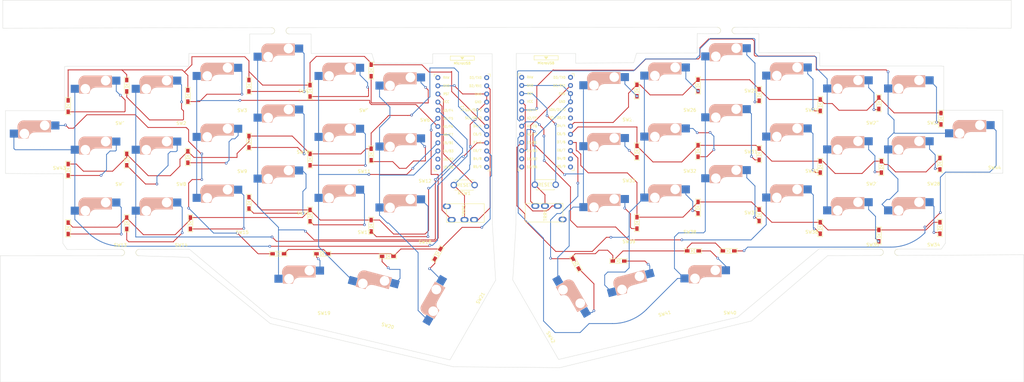
<source format=kicad_pcb>
(kicad_pcb (version 20210824) (generator pcbnew)
  (layers (0 "F.Cu" signal) (31 "B.Cu" signal) (34 "B.Paste" user) (35 "F.Paste" user) (36 "B.SilkS" user "B.Silkscreen") (37 "F.SilkS" user "F.Silkscreen") (38 "B.Mask" user) (39 "F.Mask" user) (44 "Edge.Cuts" user))
  (net 0 "")
  (net 1 "row0_r")
  (net 2 "Net-(SW22-Pad2)")
  (net 3 "Net-(SW23-Pad2)")
  (net 4 "Net-(SW24-Pad2)")
  (net 5 "Net-(SW25-Pad2)")
  (net 6 "Net-(SW26-Pad2)")
  (net 7 "Net-(SW27-Pad2)")
  (net 8 "row1_r")
  (net 9 "Net-(SW28-Pad2)")
  (net 10 "Net-(SW29-Pad2)")
  (net 11 "Net-(SW30-Pad2)")
  (net 12 "Net-(SW31-Pad2)")
  (net 13 "Net-(SW32-Pad2)")
  (net 14 "Net-(SW33-Pad2)")
  (net 15 "row2_r")
  (net 16 "Net-(SW34-Pad2)")
  (net 17 "Net-(SW35-Pad2)")
  (net 18 "Net-(SW36-Pad2)")
  (net 19 "Net-(SW37-Pad2)")
  (net 20 "Net-(SW38-Pad2)")
  (net 21 "Net-(SW39-Pad2)")
  (net 22 "row3_r")
  (net 23 "Net-(SW44-Pad2)")
  (net 24 "Net-(SW40-Pad2)")
  (net 25 "Net-(SW41-Pad2)")
  (net 26 "Net-(SW42-Pad2)")
  (net 27 "row0")
  (net 28 "Net-(SW1-Pad2)")
  (net 29 "Net-(SW2-Pad2)")
  (net 30 "Net-(SW3-Pad2)")
  (net 31 "Net-(SW4-Pad2)")
  (net 32 "Net-(SW5-Pad2)")
  (net 33 "Net-(SW6-Pad2)")
  (net 34 "row1")
  (net 35 "Net-(SW7-Pad2)")
  (net 36 "Net-(SW8-Pad2)")
  (net 37 "Net-(SW9-Pad2)")
  (net 38 "Net-(SW10-Pad2)")
  (net 39 "Net-(SW11-Pad2)")
  (net 40 "Net-(SW12-Pad2)")
  (net 41 "row2")
  (net 42 "Net-(SW13-Pad2)")
  (net 43 "Net-(SW14-Pad2)")
  (net 44 "Net-(SW15-Pad2)")
  (net 45 "Net-(SW16-Pad2)")
  (net 46 "Net-(SW17-Pad2)")
  (net 47 "Net-(SW18-Pad2)")
  (net 48 "row3")
  (net 49 "Net-(SW43-Pad2)")
  (net 50 "Net-(SW19-Pad2)")
  (net 51 "Net-(SW20-Pad2)")
  (net 52 "Net-(SW21-Pad2)")
  (net 53 "data")
  (net 54 "GND")
  (net 55 "VCC")
  (net 57 "data_r")
  (net 58 "GNDA")
  (net 59 "VDD")
  (net 61 "reset")
  (net 62 "reset_r")
  (net 63 "col0")
  (net 64 "col1")
  (net 65 "col2")
  (net 66 "col3")
  (net 67 "col4")
  (net 68 "col5")
  (net 69 "col0_r")
  (net 70 "col1_r")
  (net 71 "col2_r")
  (net 72 "col3_r")
  (net 73 "col4_r")
  (net 74 "col5_r")
  (net 75 "LED")
  (net 76 "SDA")
  (net 77 "SCL")
  (net 83 "LED_r")
  (net 84 "SDA_r")
  (net 85 "SCL_r")
  (footprint "kbd:D3_SMD_v2" (layer "F.Cu") (at 281.01025 66.87125 -90)
    (fp_text reference "D7" hide)
    (fp_text value "D" hide)
  )
  (footprint "kbd:CherryMX_Hotswap" (layer "F.Cu") (at 186.223 107.54 15)
    (fp_text reference "SW41")
    (fp_text value "SW_PUSH" hide)
  )
  (footprint "kbd:D3_SMD_v2" (layer "F.Cu") (at 205.604 80.5525 -90)
    (fp_text reference "D17" hide)
    (fp_text value "D" hide)
  )
  (footprint "kbd:CherryMX_Hotswap" (layer "F.Cu") (at 18.39725 46.04)
    (fp_text reference "SW1")
    (fp_text value "SW_PUSH" hide)
  )
  (footprint "kbd:D3_SMD_v2" (layer "F.Cu") (at 204.0165 94.04625)
    (fp_text reference "D20" hide)
    (fp_text value "D" hide)
  )
  (footprint "kbd:CherryMX_Hotswap" (layer "F.Cu") (at 18.39725 84.04)
    (fp_text reference "SW13")
    (fp_text value "SW_PUSH" hide)
  )
  (footprint "kbd:D3_SMD_v2" (layer "F.Cu") (at 46.54725 64.7775 -90)
    (fp_text reference "D31" hide)
    (fp_text value "D" hide)
  )
  (footprint "kbd:D3_SMD_v2" (layer "F.Cu") (at 88.43475 94.94 180)
    (fp_text reference "D42" hide)
    (fp_text value "D" hide)
  )
  (footprint "kbd:D3_SMD_v2" (layer "F.Cu") (at 84.64725 83.03375 -90)
    (fp_text reference "D39" hide)
    (fp_text value "D" hide)
  )
  (footprint "kbd:CherryMX_Hotswap" (layer "F.Cu") (at 195.94775 60.94)
    (fp_text reference "SW32")
    (fp_text value "SW_PUSH" hide)
  )
  (footprint "kbd:CherryMX_Hotswap" (layer "F.Cu") (at 176.948 63.94)
    (fp_text reference "SW33")
    (fp_text value "SW_PUSH" hide)
  )
  (footprint "kbd:MJ-4PP-9_1side" (layer "F.Cu") (at 139.09725 82.24 -90)
    (fp_text reference "J1")
    (fp_text value "MJ-4PP-9")
  )
  (footprint "kbd:D3_SMD_v2" (layer "F.Cu") (at 261.96025 89.28375 -90)
    (fp_text reference "D14" hide)
    (fp_text value "D" hide)
  )
  (footprint "kbd:D3_SMD_v2" (layer "F.Cu") (at 243.704 86.9025 -90)
    (fp_text reference "D15" hide)
    (fp_text value "D" hide)
  )
  (footprint "kbd:CherryMX_Hotswap" (layer "F.Cu") (at 271.947 83.94)
    (fp_text reference "SW34")
    (fp_text value "SW_PUSH" hide)
  )
  (footprint "kbd:M2_HOLE_v2" (layer "F.Cu") (at 27.74425 74.45)
    (fp_text reference "Ref**" hide)
    (fp_text value "Val**" hide)
  )
  (footprint "kbd:D3_SMD_v2" (layer "F.Cu") (at 180.81025 97.22125)
    (fp_text reference "D21" hide)
    (fp_text value "D" hide)
  )
  (footprint "kbd:CherryMX_Hotswap" (layer "F.Cu") (at 37.39725 84.04)
    (fp_text reference "SW14")
    (fp_text value "SW_PUSH" hide)
  )
  (footprint "kbd:D3_SMD_v2" (layer "F.Cu") (at 9.241 48.9025 -90)
    (fp_text reference "D23" hide)
    (fp_text value "D" hide)
  )
  (footprint "kbd:M2_HOLE_v2" (layer "F.Cu") (at 103.98125 51.5)
    (fp_text reference "Ref**" hide)
    (fp_text value "Val**" hide)
  )
  (footprint "kbd:CherryMX_Hotswap" (layer "F.Cu") (at 94.39725 61.04)
    (fp_text reference "SW11")
    (fp_text value "SW_PUSH" hide)
  )
  (footprint "kbd:CherryMX_Hotswap" (layer "F.Cu") (at 233.94725 79.94)
    (fp_text reference "SW36")
    (fp_text value "SW_PUSH" hide)
  )
  (footprint "kbd:D3_SMD_v2" (layer "F.Cu") (at 243.704 48.615 -90)
    (fp_text reference "D3" hide)
    (fp_text value "D" hide)
  )
  (footprint "kbd:D3_SMD_v2" (layer "F.Cu") (at 84.64725 65.57125 -90)
    (fp_text reference "D33" hide)
    (fp_text value "D" hide)
  )
  (footprint "kbd:D3_SMD_v2" (layer "F.Cu") (at 224.654 82.93375 -90)
    (fp_text reference "D16" hide)
    (fp_text value "D" hide)
  )
  (footprint "kbd:D3_SMD_v2" (layer "F.Cu") (at 27.49725 42.5525 -90)
    (fp_text reference "D24" hide)
    (fp_text value "D" hide)
  )
  (footprint "kbd:D3_SMD_v2" (layer "F.Cu") (at 46.54725 45.7275 -90)
    (fp_text reference "D25" hide)
    (fp_text value "D" hide)
  )
  (footprint "kbd:D3_SMD_v2" (layer "F.Cu") (at 47.341 85.415 -90)
    (fp_text reference "D37" hide)
    (fp_text value "D" hide)
  )
  (footprint "kbd:D3_SMD_v2" (layer "F.Cu") (at 27.49725 85.415 -90)
    (fp_text reference "D36" hide)
    (fp_text value "D" hide)
  )
  (footprint "kbd:CherryMX_Hotswap" (layer "F.Cu") (at 195.94775 41.94)
    (fp_text reference "SW26")
    (fp_text value "SW_PUSH" hide)
  )
  (footprint "kbd:D3_SMD_v2" (layer "F.Cu") (at 167.504 98.015 -60)
    (fp_text reference "D22" hide)
    (fp_text value "D" hide)
  )
  (footprint "Panelization:mouse-bite-3mm-slot" (layer "F.Cu") (at 75.38 25.42)
    (fp_text reference "mouse-bite-3mm-slot" hide)
    (fp_text value "VAL**" hide)
  )
  (footprint "kbd:CherryMX_Hotswap" (layer "F.Cu") (at 37.39725 46.04)
    (fp_text reference "SW2")
    (fp_text value "SW_PUSH" hide)
  )
  (footprint "kbd:CherryMX_Hotswap" (layer "F.Cu") (at 75.39725 36.04)
    (fp_text reference "SW4")
    (fp_text value "SW_PUSH" hide)
  )
  (footprint "kbd:D3_SMD_v2" (layer "F.Cu") (at 243.704 67.8525 -90)
    (fp_text reference "D9" hide)
    (fp_text value "D" hide)
  )
  (footprint "kbd:CherryMX_Hotswap" (layer "F.Cu") (at 94.39725 42.04)
    (fp_text reference "SW5")
    (fp_text value "SW_PUSH" hide)
  )
  (footprint "Panelization:mouse-bite-3mm-slot" (layer "F.Cu") (at 214.4 25.35)
    (fp_text reference "mouse-bite-3mm-slot" hide)
    (fp_text value "VAL**" hide)
  )
  (footprint "kbd:CherryMX_Hotswap" (layer "F.Cu") (at 18.39725 65.04)
    (fp_text reference "SW7")
    (fp_text value "SW_PUSH" hide)
  )
  (footprint "kbd:D3_SMD_v2" (layer "F.Cu") (at 224.654 45.44 -90)
    (fp_text reference "D4" hide)
    (fp_text value "D" hide)
  )
  (footprint "kbd:D3_SMD_v2" (layer "F.Cu") (at 261.96025 48.00875 -90)
    (fp_text reference "D2" hide)
    (fp_text value "D" hide)
  )
  (footprint "kbd:M2_HOLE_v2" (layer "F.Cu") (at 115.09375 97.63125)
    (fp_text reference "Ref**" hide)
    (fp_text value "Val**" hide)
  )
  (footprint "kbd:D3_SMD_v2" (layer "F.Cu") (at 84.64725 44.14 -90)
    (fp_text reference "D27" hide)
    (fp_text value "D" hide)
  )
  (footprint "kbd:CherryMX_Hotswap" (layer "F.Cu") (at 56.39725 61.04)
    (fp_text reference "SW9")
    (fp_text value "SW_PUSH" hide)
  )
  (footprint "kbd:ProMicro_v3" (layer "F.Cu") (at 132.1035 54.50875)
    (fp_text reference "U1")
    (fp_text value "ProMicro" hide)
  )
  (footprint "kbd:ProMicro_v3" (layer "F.Cu") (at 158.24175 54.40875)
    (fp_text reference "U2" hide)
    (fp_text value "ProMicro" hide)
  )
  (footprint "kbd:CherryMX_Hotswap" (layer "F.Cu") (at 252.947 83.94)
    (fp_text reference "SW35")
    (fp_text value "SW_PUSH" hide)
  )
  (footprint "Panelization:mouse-bite-3mm-slot" (layer "F.Cu") (at 28.58 94.56)
    (fp_text reference "mouse-bite-3mm-slot" hide)
    (fp_text value "VAL**" hide)
  )
  (footprint "kbd:CherryMX_Hotswap" (layer "F.Cu") (at 113.39725 45.04)
    (fp_text reference "SW6")
    (fp_text value "SW_PUSH" hide)
  )
  (footprint "kbd:D3_SMD_v2" (layer "F.Cu") (at 281.01025 86.9025 -90)
    (fp_text reference "D13" hide)
    (fp_text value "D" hide)
  )
  (footprint "kbd:CherryMX_Hotswap" (layer "F.Cu") (at 214.9475 54.94)
    (fp_text reference "SW31")
    (fp_text value "SW_PUSH" hide)
  )
  (footprint "kbd:CherryMX_Hotswap" (layer "F.Cu") (at 271.947 64.94)
    (fp_text reference "SW28")
    (fp_text value "SW_PUSH" hide)
  )
  (footprint "kbd:M2_HOLE_v2" (layer "F.Cu") (at 222.08325 97.63125)
    (fp_text reference "Ref**" hide)
    (fp_text value "Val**" hide)
  )
  (footprint "Panelization:mouse-bite-3mm-slot" (layer "F.Cu") (at 265.13 94.47)
    (fp_text reference "mouse-bite-3mm-slot" hide)
    (fp_text value "VAL**" hide)
  )
  (footprint "kbd:CherryMX_Hotswap_1.5u" (layer "F.Cu") (at 127.141 110.815 60)
    (fp_text reference "SW21")
    (fp_text value "SW_PUSH" hide)
  )
  (footprint "kbd:D3_SMD_v2" (layer "F.Cu") (at 65.59725 79.065 -90)
    (fp_text reference "D38" hide)
    (fp_text value "D" hide)
  )
  (footprint "kbd:M2_HOLE_v2" (layer "F.Cu") (at 186.364 51.5)
    (fp_text reference "Ref**" hide)
    (fp_text value "Val**" hide)
  )
  (footprint "kbd:CherryMX_Hotswap" (layer "F.Cu") (at 252.947 45.94)
    (fp_text reference "SW23")
    (fp_text value "SW_PUSH" hide)
  )
  (footprint "kbd:CherryMX_Hotswap_1.5u" (layer "F.Cu") (at 163.204 110.715 -60)
    (fp_text reference "SW42")
    (fp_text value "SW_PUSH" hide)
  )
  (footprint "kbd:CherryMX_Hotswap" (layer "F.Cu") (at 56.39725 42.04)
    (fp_text reference "SW3")
    (fp_text value "SW_PUSH")
  )
  (footprint "kbd:CherryMX_Hotswap" (layer "F.Cu") (at 252.947 64.94)
    (fp_text reference "SW29")
    (fp_text value "SW_PUSH" hide)
  )
  (footprint "kbd:CherryMX_Hotswap" (layer "F.Cu") (at 56.39725 80.04)
    (fp_text reference "SW15")
    (fp_text value "SW_PUSH" hide)
  )
  (footprint "kbd:D3_SMD_v2" (layer "F.Cu") (at 9.241 87.0025 -90)
    (fp_text reference "D35" hide)
    (fp_text value "D" hide)
  )
  (footprint "kbd:CherryMX_Hotswap" (layer "F.Cu") (at 271.947 45.94)
    (fp_text reference "SW22")
    (fp_text value "SW_PUSH" hide)
  )
  (footprint "kbd:D3_SMD_v2" (layer "F.Cu") (at 65.59725 42.5525 -90)
    (fp_text reference "D26" hide)
    (fp_text value "D" hide)
  )
  (footprint "kbd:M2_HOLE_v2" (layer "F.Cu") (at 27.74425 55.65)
    (fp_text reference "Ref**" hide)
    (fp_text value "Val**" hide)
  )
  (footprint "kbd:CherryMX_Hotswap" (layer "F.Cu") (at 104.12225 107.64 -15)
    (fp_text reference "SW20")
    (fp_text value "SW_PUSH")
  )
  (footprint "kbd:D3_SMD_v2" (layer "F.Cu") (at 186.554 63.09 -90)
    (fp_text reference "D12" hide)
    (fp_text value "D" hide)
  )
  (footprint "kbd:M2_HOLE_v2" (layer "F.Cu") (at 262.54 74.45)
    (fp_text reference "Ref**" hide)
    (fp_text value "Val**" hide)
  )
  (footprint "kbd:D3_SMD_v2" (layer "F.Cu") (at 9.241 68.74625 -90)
    (fp_text reference "D29")
    (fp_text value "D" hide)
  )
  (footprint "kbd:CherryMX_Hotswap" (layer "F.Cu") (at 113.39725 64.04)
    (fp_text reference "SW12")
    (fp_text value "SW_PUSH" hide)
  )
  (footprint "kbd:CherryMX_Hotswap" (layer "F.Cu") (at 75.39725 74.04)
    (fp_text reference "SW16")
    (fp_text value "SW_PUSH" hide)
  )
  (footprint "kbd:D3_SMD_v2" (layer "F.Cu") (at 281.328 52.84 -90)
    (fp_text reference "D1" hide)
    (fp_text value "D" hide)
  )
  (footprint "kbd:MJ-4PP-9_1side" (layer "F.Cu") (at 151.579 82.14 90)
    (fp_text reference "J3")
    (fp_text value "MJ-4PP-9" hide)
  )
  (footprint "kbd:D3_SMD_v2" (layer "F.Cu") (at 103.69725 37.79 -90)
    (fp_text reference "D28" hide)
    (fp_text value "D" hide)
  )
  (footprint "kbd:CherryMX_Hotswap" (layer "F.Cu") (at 37.39725 65.04)
    (fp_text reference "SW8")
    (fp_text value "SW_PUSH" hide)
  )
  (footprint "kbd:CherryMX_Hotswap" (layer "F.Cu") (at 176.948 82.94)
    (fp_text reference "SW39")
    (fp_text value "SW_PUSH" hide)
  )
  (footprint "kbd:CherryMX_Hotswap" (layer "F.Cu") (at 214.9475 35.94)
    (fp_text reference "SW25")
    (fp_text value "SW_PUSH" hide)
  )
  (footprint "kbd:D3_SMD_v2" (layer "F.Cu") (at 108.88475 95.73375 180)
    (fp_text reference "D43" hide)
    (fp_text value "D" hide)
  )
  (footprint "kbd:M2_HOLE_v2" (layer "F.Cu") (at 262.6 55.65)
    (fp_text reference "Ref**" hide)
    (fp_text value "Val**" hide)
  )
  (footprint "kbd:CherryMX_Hotswap" (layer "F.Cu") (at 214.9475 73.94)
    (fp_text reference "SW37")
    (fp_text value "SW_PUSH" hide)
  )
  (footprint "kbd:D3_SMD_v2" (layer "F.Cu") (at 262.754 67.8525 -90)
    (fp_text reference "D8" hide)
    (fp_text value "D" hide)
  )
  (footprint "kbd:D3_SMD_v2" (layer "F.Cu") (at 215.129 94.04625)
    (fp_text reference "D19" hide)
    (fp_text value "D" hide)
  )
  (footprint "kbd:D3_SMD_v2" (layer "F.Cu") (at 124.4285 94.990305 -120)
    (fp_text reference "D44" hide)
    (fp_text value "D" hide)
  )
  (footprint "kbd:CherryMX_Hotswap" (layer "F.Cu") (at -0.60275 60.015)
    (fp_text reference "SW43")
    (fp_text value "SW_PUSH" hide)
  )
  (footprint "kbd:CherryMX_Hotswap" (layer "F.Cu") (at 75.39725 55.04)
    (fp_text reference "SW10")
    (fp_text value "SW_PUSH" hide)
  )
  (footprint "kbd:D3_SMD_v2" (layer "F.Cu") (at 224.654 63.88375 -90)
    (fp_text reference "D10" hide)
    (fp_text value "D" hide)
  )
  (footprint "kbd:CherryMX_Hotswap" (layer "F.Cu") (at 233.94725 60.94)
    (fp_text reference "SW30")
    (fp_text value "SW_PUSH" hide)
  )
  (footprint "kbd:M2_HOLE_v2" (layer "F.Cu") (at 175.25075 97.63125)
    (fp_text reference "Ref**" hide)
    (fp_text value "Val**" hide)
  )
  (footprint "kbd:D3_SMD_v2" (layer "F.Cu") (at 65.59725 60.015 -90)
    (fp_text reference "D32" hide)
    (fp_text value "D" hide)
  )
  (footprint "kbd:CherryMX_Hotswap" (layer "F.Cu") (at 176.948 44.94)
    (fp_text reference "SW27")
    (fp_text value "SW_PUSH" hide)
  )
  (footprint "kbd:CherryMX_Hotswap" (layer "F.Cu") (at 81.89725 105.25875)
    (fp_text reference "SW19")
    (fp_text value "SW_PUSH" hide)
  )
  (footprint "kbd:D3_SMD_v2" (layer "F.Cu") (at 27.49725 65.57125 -90)
    (fp_text reference "D30" hide)
    (fp_text value "D" hide)
  )
  (footprint "kbd:M2_HOLE_v2" (layer "F.Cu") (at 68.2625 97.63125)
    (fp_text reference "Ref**" hide)
    (fp_text value "Val**" hide)
  )
  (footprint "kbd:CherryMX_Hotswap" (layer "F.Cu") (at 233.94725 41.94)
    (fp_text reference "SW24")
    (fp_text value "SW_PUSH" hide)
  )
  (footprint "kbd:ResetSW_1side" (layer "F.Cu") (at 132.69725 73.50875)
    (fp_text reference "RSW1")
    (fp_text value "SW_PUSH1")
  )
  (footprint "kbd:CherryMX_Hotswap" (layer "F.Cu") (at 94.39725 80.04)
    (fp_text reference "SW17")
    (fp_text value "SW_PUSH" hide)
  )
  (footprint "kbd:CherryMX_Hotswap" (layer "F.Cu") (at 195.94775 79.94)
    (fp_text reference "SW38")
    (fp_text value "SW_PUSH" hide)
  )
  (footprint "kbd:D3_SMD_v2" (layer "F.Cu") (at 103.69725 86.20875 -90)
    (fp_text reference "D40" hide)
    (fp_text value "D" hide)
  )
  (footprint "kbd:CherryMX_Hotswap" (layer "F.Cu") (at 113.39725 83.04)
    (fp_text reference "SW18")
    (fp_text value "SW_PUSH" hide)
  )
  (footprint "kbd:D3_SMD_v2" (layer "F.Cu") (at 186.554 85.315 -90)
    (fp_text reference "D18" hide)
    (fp_text value "D" hide)
  )
  (footprint "kbd:D3_SMD_v2" (layer "F.Cu") (at 186.554 44.04 -90)
    (fp_text reference "D6" hide)
    (fp_text value "D" hide)
  )
  (footprint "kbd:D3_SMD_v2" (layer "F.Cu") (at 205.604 62.9025 -90)
    (fp_text reference "D11" hide)
    (fp_text value "D" hide)
  )
  (footprint "kbd:CherryMX_Hotswap" (layer "F.Cu") (at 290.947 59.915)
    (fp_text reference "SW44")
    (fp_text value "SW_PUSH" hide)
  )
  (footprint "kbd:D3_SMD_v2" (layer "F.Cu") (at 103.69725 63.98375 -90)
    (fp_text reference "D34" hide)
    (fp_text value "D" hide)
  )
  (footprint "kbd:ResetSW_1side" (layer "F.Cu") (at 157.979 73.40875)
    (fp_text reference "RSW2" hide)
    (fp_text value "SW_PUSH2")
  )
  (footprint "kbd:CherryMX_Hotswap" (layer "F.Cu") (at 208.448 105.15875)
    (fp_text reference "SW40")
    (fp_text value "SW_PUSH" hide)
  )
  (footprint "kbd:D3_SMD_v2" (layer "F.Cu") (at 205.604 42.4525 -90)
    (fp_text reference "D5" hide)
    (fp_text value "D" hide)
  )
  (footprint "kbd:D3_SMD_v2" (layer "F.Cu") (at 74.7535 94.94 180)
    (fp_text reference "D41" hide)
    (fp_text value "D" hide)
  )
  (gr_line (start 31.345 95.57) (end 46.83125 96.04375) (layer "Edge.Cuts") (width 0.1))
  (gr_line (start 267.9175 93.46375) (end 281.45 93.47) (layer "Edge.Cuts") (width 0.1))
  (gr_line (start -10.3 50.3) (end 8.1 50.3) (layer "Edge.Cuts") (width 0.1))
  (gr_line (start 282.238 50.2) (end 282.238 36.5) (layer "Edge.Cuts") (width 0.1))
  (gr_arc (start 217.2 25.35) (end 217.175 24.325001) (angle -177.0116787) (layer "Edge.Cuts") (width 0.1))
  (gr_line (start 72.61375 24.42) (end -11.1125 24.60625) (layer "Edge.Cuts") (width 0.1))
  (gr_arc (start 267.897422 94.46375) (end 267.9175 93.46375) (angle -182.3004602) (layer "Edge.Cuts") (width 0.1))
  (gr_line (start 122.9 35.6) (end 122.9 32.9) (layer "Edge.Cuts") (width 0.1))
  (gr_line (start 65.8 32.5) (end 65.83 26.42) (layer "Edge.Cuts") (width 0.1))
  (gr_line (start 222.25 115.8875) (end 246.04 95.51) (layer "Edge.Cuts") (width 0.1))
  (gr_line (start 300.638 50.2) (end 282.238 50.2) (layer "Edge.Cuts") (width 0.1))
  (gr_line (start 8.9 93.6) (end 25.815213 93.589995) (layer "Edge.Cuts") (width 0.1))
  (gr_line (start 84.96 26.42) (end 84.99 32.5) (layer "Edge.Cuts") (width 0.1))
  (gr_line (start 147.838 103.1) (end 162.13 127.88) (layer "Edge.Cuts") (width 0.1))
  (gr_line (start 307.18125 134.9375) (end 307.18125 95.25) (layer "Edge.Cuts") (width 0.1))
  (gr_line (start 8.9 93.6) (end 7.6 91.7) (layer "Edge.Cuts") (width 0.1))
  (gr_line (start 217.175 24.325001) (end 303.2125 24.60625) (layer "Edge.Cuts") (width 0.1))
  (gr_line (start 282.638 69.9) (end 300.638 69.8) (layer "Edge.Cuts") (width 0.1))
  (gr_line (start 84.96 26.42) (end 78.15 26.42) (layer "Edge.Cuts") (width 0.1))
  (gr_line (start 243.518 32.29) (end 224.578 32.3) (layer "Edge.Cuts") (width 0.1))
  (gr_line (start 148.938 32.5) (end 167.438 32.5) (layer "Edge.Cuts") (width 0.1))
  (gr_arc (start 31.345 94.57) (end 31.345 93.57) (angle -180) (layer "Edge.Cuts") (width 0.1))
  (gr_arc (start 25.836276 94.58) (end 25.815 95.57) (angle -182.44999) (layer "Edge.Cuts") (width 0.1))
  (gr_line (start 7.7 70) (end -10.3 69.9) (layer "Edge.Cuts") (width 0.1))
  (gr_line (start 122.9 32.6) (end 122.9 32.9) (layer "Edge.Cuts") (width 0.1))
  (gr_line (start 142.5 103.2) (end 128.27 128.02) (layer "Edge.Cuts") (width 0.1))
  (gr_line (start 303.2125 24.60625) (end 303.2125 15.875) (layer "Edge.Cuts") (width 0.1))
  (gr_line (start 211.65 26.350312) (end 205.328 26.28) (layer "Edge.Cuts") (width 0.1))
  (gr_line (start 141.4 32.6) (end 141.5 85.9) (layer "Edge.Cuts") (width 0.1))
  (gr_line (start 141.5 85.9) (end 142.5 103.2) (layer "Edge.Cuts") (width 0.1))
  (gr_line (start 31.345 93.57) (end 47 93.5) (layer "Edge.Cuts") (width 0.1))
  (gr_line (start 8.1 50.3) (end 8.1 36.6) (layer "Edge.Cuts") (width 0.1))
  (gr_line (start 246.04 95.51) (end 262.3675 95.46375) (layer "Edge.Cuts") (width 0.1))
  (gr_line (start 307.18125 95.25) (end 267.9175 95.46375) (layer "Edge.Cuts") (width 0.1))
  (gr_line (start 186.438 32.4) (end 185.538 35.4) (layer "Edge.Cuts") (width 0.1))
  (gr_line (start 185.538 35.4) (end 167.438 35.5) (layer "Edge.Cuts") (width 0.1))
  (gr_line (start 148.838 85.8) (end 147.838 103.1) (layer "Edge.Cuts") (width 0.1))
  (gr_line (start 65.83 26.42) (end 72.61375 26.42) (layer "Edge.Cuts") (width 0.1))
  (gr_line (start 243.538 36.4) (end 243.518 32.29) (layer "Edge.Cuts") (width 0.1))
  (gr_line (start 128.27 128.02) (end 72.4 114.8) (layer "Edge.Cuts") (width 0.1))
  (gr_line (start 281.438 36.4) (end 243.538 36.4) (layer "Edge.Cuts") (width 0.1))
  (gr_arc (start 72.62375 25.42) (end 72.61375 24.42) (angle 181.1458774) (layer "Edge.Cuts") (width 0.1))
  (gr_line (start 141.4 32.6) (end 122.9 32.6) (layer "Edge.Cuts") (width 0.1))
  (gr_line (start 104.8 35.5) (end 122.9 35.6) (layer "Edge.Cuts") (width 0.1))
  (gr_line (start -11.1125 24.60625) (end -11.1125 15.875) (layer "Edge.Cuts") (width 0.1))
  (gr_line (start 300.638 69.8) (end 300.638 50.2) (layer "Edge.Cuts") (width 0.1))
  (gr_line (start 46.9 32.5) (end 65.8 32.5) (layer "Edge.Cuts") (width 0.1))
  (gr_arc (start 78.147169 25.419825) (end 78.15 26.42) (angle 181.6850625) (layer "Edge.Cuts") (width 0.1))
  (gr_line (start 72.4 114.8) (end 47 93.5) (layer "Edge.Cuts") (width 0.1))
  (gr_line (start -10.3 69.9) (end -10.3 50.3) (layer "Edge.Cuts") (width 0.1))
  (gr_line (start 217.938 114.7) (end 243.338 93.4) (layer "Edge.Cuts") (width 0.1))
  (gr_line (start 72.23125 116.68125) (end 129.38125 130.175) (layer "Edge.Cuts") (width 0.1))
  (gr_line (start 84.99 32.5) (end 103.9 32.5) (layer "Edge.Cuts") (width 0.1))
  (gr_line (start 167.438 32.5) (end 167.438 32.8) (layer "Edge.Cuts") (width 0.1))
  (gr_line (start 7.6 91.7) (end 7.7 70) (layer "Edge.Cuts") (width 0.1))
  (gr_line (start 205.298 32.35) (end 186.438 32.4) (layer "Edge.Cuts") (width 0.1))
  (gr_line (start 224.578 32.3) (end 224.59 26.35) (layer "Edge.Cuts") (width 0.1))
  (gr_line (start 222.25 115.8875) (end 162.53 130.44) (layer "Edge.Cuts") (width 0.1))
  (gr_line (start 103.9 32.5) (end 104.8 35.5) (layer "Edge.Cuts") (width 0.1))
  (gr_line (start 25.815 95.57) (end -11.95 95.55) (layer "Edge.Cuts") (width 0.1))
  (gr_line (start 282.738 91.6) (end 282.638 69.9) (layer "Edge.Cuts") (width 0.1))
  (gr_line (start -11.1125 15.875) (end 303.2125 15.875) (layer "Edge.Cuts") (width 0.1))
  (gr_arc (start 211.65 25.35) (end 211.625 24.35) (angle 181.4320962) (layer "Edge.Cuts") (width 0.1))
  (gr_line (start 281.45 93.47) (end 282.738 91.6) (layer "Edge.Cuts") (width 0.1))
  (gr_line (start -11.95 95.55) (end -11.96 134.93) (layer "Edge.Cuts") (width 0.1))
  (gr_line (start 46.8 36.5) (end 46.9 32.5) (layer "Edge.Cuts") (width 0.1))
  (gr_line (start 262.3675 93.46375) (end 243.338 93.4) (layer "Edge.Cuts") (width 0.1))
  (gr_line (start 8.1 36.6) (end 8.9 36.5) (layer "Edge.Cuts") (width 0.1))
  (gr_line (start 282.238 36.5) (end 281.438 36.4) (layer "Edge.Cuts") (width 0.1))
  (gr_line (start 162.13 127.88) (end 217.938 114.7) (layer "Edge.Cuts") (width 0.1))
  (gr_line (start 217.17153 26.374909) (end 224.59 26.35) (layer "Edge.Cuts") (width 0.1))
  (gr_line (start 167.438 35.5) (end 167.438 32.8) (layer "Edge.Cuts") (width 0.1))
  (gr_arc (start 262.3675 94.46375) (end 262.3675 93.46375) (angle 180) (layer "Edge.Cuts") (width 0.1))
  (gr_line (start 46.83125 96.04375) (end 72.23125 116.68125) (layer "Edge.Cuts") (width 0.1))
  (gr_line (start 78.17375 24.42) (end 211.625 24.35) (layer "Edge.Cuts") (width 0.1))
  (gr_line (start 205.328 26.28) (end 205.298 32.35) (layer "Edge.Cuts") (width 0.1))
  (gr_line (start 162.53 130.44) (end 129.38125 130.175) (layer "Edge.Cuts") (width 0.1))
  (gr_line (start -11.96 134.93) (end 307.18125 134.9375) (layer "Edge.Cuts") (width 0.1))
  (gr_line (start 8.9 36.5) (end 46.8 36.5) (layer "Edge.Cuts") (width 0.1))
  (gr_line (start 148.938 32.5) (end 148.838 85.8) (layer "Edge.Cuts") (width 0.1))
  (segment (start 258.238 50.2) (end 261.96025 46.47775) (width 0.25) (layer "F.Cu") (net 1))
  (segment (start 167.0239 54) (end 165.85315 55.17075) (width 0.25) (layer "F.Cu") (net 1))
  (segment (start 205.604 40.6775) (end 221.6665 40.6775) (width 0.25) (layer "F.Cu") (net 1))
  (segment (start 227.829 46.84) (end 243.704 46.84) (width 0.25) (layer "F.Cu") (net 1))
  (segment (start 190.638 45.4) (end 200.838 45.4) (width 0.25) (layer "F.Cu") (net 1))
  (segment (start 261.96025 46.23375) (end 266.72275 50.99625) (width 0.25) (layer "F.Cu") (net 1))
  (segment (start 221.6665 40.6775) (end 224.654 43.665) (width 0.25) (layer "F.Cu") (net 1))
  (segment (start 224.654 43.665) (end 227.829 46.84) (width 0.25) (layer "F.Cu") (net 1))
  (segment (start 243.704 46.84) (end 244.979011 48.115011) (width 0.25) (layer "F.Cu") (net 1))
  (segment (start 244.979011 48.115011) (end 247.453011 48.115011) (width 0.25) (layer "F.Cu") (net 1))
  (segment (start 249.538 50.2) (end 258.238 50.2) (width 0.25) (layer "F.Cu") (net 1))
  (segment (start 186.554 42.265) (end 183.938 44.881) (width 0.25) (layer "F.Cu") (net 1))
  (segment (start 266.72275 50.99625) (end 281.804 50.99625) (width 0.25) (layer "F.Cu") (net 1))
  (segment (start 186.554 42.265) (end 187.503 42.265) (width 0.25) (layer "F.Cu") (net 1))
  (segment (start 247.453011 48.115011) (end 249.538 50.2) (width 0.25) (layer "F.Cu") (net 1))
  (segment (start 183.938 49.2) (end 179.138 54) (width 0.25) (layer "F.Cu") (net 1))
  (segment (start 183.938 44.881) (end 183.938 49.2) (width 0.25) (layer "F.Cu") (net 1))
  (segment (start 187.503 42.265) (end 190.638 45.4) (width 0.25) (layer "F.Cu") (net 1))
  (segment (start 205.5605 40.6775) (end 205.604 40.6775) (width 0.25) (layer "F.Cu") (net 1))
  (segment (start 200.838 45.4) (end 205.5605 40.6775) (width 0.25) (layer "F.Cu") (net 1))
  (segment (start 261.96025 46.47775) (end 261.96025 46.23375) (width 0.25) (layer "F.Cu") (net 1))
  (segment (start 179.138 54) (end 167.0239 54) (width 0.25) (layer "F.Cu") (net 1))
  (segment (start 280.613 53.9) (end 281.328 54.615) (width 0.25) (layer "F.Cu") (net 2))
  (segment (start 279.938 53.9) (end 280.613 53.9) (width 0.25) (layer "F.Cu") (net 2))
  (via (at 279.938 53.9) (size 0.8) (drill 0.4) (layers "F.Cu" "B.Cu") (net 2))
  (segment (start 279.938 43.009) (end 279.938 53.9) (width 0.25) (layer "B.Cu") (net 2))
  (segment (start 277.789 40.86) (end 279.938 43.009) (width 0.25) (layer "B.Cu") (net 2))
  (segment (start 260.438 50) (end 261.744 50) (width 0.25) (layer "F.Cu") (net 3))
  (segment (start 261.744 50) (end 261.96025 49.78375) (width 0.25) (layer "F.Cu") (net 3))
  (via (at 260.438 50) (size 0.8) (drill 0.4) (layers "F.Cu" "B.Cu") (net 3))
  (segment (start 260.438 44.8) (end 260.438 50) (width 0.25) (layer "B.Cu") (net 3))
  (segment (start 258.789 40.86) (end 258.789 43.151) (width 0.25) (layer "B.Cu") (net 3))
  (segment (start 258.789 43.151) (end 260.338 44.7) (width 0.25) (layer "B.Cu") (net 3))
  (segment (start 260.338 44.7) (end 260.438 44.8) (width 0.25) (layer "B.Cu") (net 3))
  (segment (start 241.438 49.8) (end 242.028 50.39) (width 0.25) (layer "F.Cu") (net 4))
  (segment (start 242.028 50.39) (end 243.704 50.39) (width 0.25) (layer "F.Cu") (net 4))
  (via (at 241.438 49.8) (size 0.8) (drill 0.4) (layers "F.Cu" "B.Cu") (net 4))
  (segment (start 239.78925 38.85125) (end 240.838 39.9) (width 0.25) (layer "B.Cu") (net 4))
  (segment (start 240.838 39.9) (end 241.438 40.5) (width 0.25) (layer "B.Cu") (net 4))
  (segment (start 241.438 40.5) (end 241.438 49.8) (width 0.25) (layer "B.Cu") (net 4))
  (segment (start 239.78925 36.86) (end 239.78925 38.85125) (width 0.25) (layer "B.Cu") (net 4))
  (segment (start 223.338 47.6) (end 224.269 47.6) (width 0.25) (layer "F.Cu") (net 5))
  (segment (start 224.269 47.6) (end 224.654 47.215) (width 0.25) (layer "F.Cu") (net 5))
  (via (at 223.338 47.6) (size 0.8) (drill 0.4) (layers "F.Cu" "B.Cu") (net 5))
  (segment (start 220.7895 30.86) (end 220.7895 32.9515) (width 0.25) (layer "B.Cu") (net 5))
  (segment (start 223.338 35.5) (end 223.338 47.6) (width 0.25) (layer "B.Cu") (net 5))
  (segment (start 223.138 35.3) (end 223.338 35.5) (width 0.25) (layer "B.Cu") (net 5))
  (segment (start 220.7895 32.9515) (end 223.138 35.3) (width 0.25) (layer "B.Cu") (net 5))
  (via (at 205.604 44.2275) (size 0.8) (drill 0.4) (layers "F.Cu" "B.Cu") (net 6))
  (segment (start 201.78975 40.41325) (end 205.604 44.2275) (width 0.25) (layer "B.Cu") (net 6))
  (segment (start 201.78975 36.86) (end 201.78975 40.41325) (width 0.25) (layer "B.Cu") (net 6))
  (via (at 186.554 45.815) (size 0.8) (drill 0.4) (layers "F.Cu" "B.Cu") (net 7))
  (segment (start 182.79 39.86) (end 182.79 42.051) (width 0.25) (layer "B.Cu") (net 7))
  (segment (start 182.79 42.051) (end 186.554 45.815) (width 0.25) (layer "B.Cu") (net 7))
  (segment (start 276.7065 69.4) (end 281.01025 65.09625) (width 0.25) (layer "F.Cu") (net 8))
  (segment (start 205.604 61.234) (end 205.604 61.1275) (width 0.25) (layer "F.Cu") (net 8))
  (segment (start 205.604 61.1275) (end 223.67275 61.1275) (width 0.25) (layer "F.Cu") (net 8))
  (segment (start 243.704 66.0775) (end 244.5155 66.0775) (width 0.25) (layer "F.Cu") (net 8))
  (segment (start 244.5155 66.0775) (end 248.338 69.9) (width 0.25) (layer "F.Cu") (net 8))
  (segment (start 224.654 62.10875) (end 228.62275 66.0775) (width 0.25) (layer "F.Cu") (net 8))
  (segment (start 260.5605 66.0775) (end 262.754 66.0775) (width 0.25) (layer "F.Cu") (net 8))
  (segment (start 186.554 61.315) (end 186.554 55.416) (width 0.25) (layer "F.Cu") (net 8))
  (segment (start 186.554 61.316) (end 191.538 66.3) (width 0.25) (layer "F.Cu") (net 8))
  (segment (start 168.1639 55.4) (end 165.85315 57.71075) (width 0.25) (layer "F.Cu") (net 8))
  (segment (start 228.62275 66.0775) (end 243.704 66.0775) (width 0.25) (layer "F.Cu") (net 8))
  (segment (start 223.67275 61.1275) (end 224.654 62.10875) (width 0.25) (layer "F.Cu") (net 8))
  (segment (start 186.538 55.4) (end 168.1639 55.4) (width 0.25) (layer "F.Cu") (net 8))
  (segment (start 186.554 61.315) (end 186.554 61.316) (width 0.25) (layer "F.Cu") (net 8))
  (segment (start 256.738 69.9) (end 260.5605 66.0775) (width 0.25) (layer "F.Cu") (net 8))
  (segment (start 267.138 69.4) (end 276.7065 69.4) (width 0.25) (layer "F.Cu") (net 8))
  (segment (start 248.338 69.9) (end 256.738 69.9) (width 0.25) (layer "F.Cu") (net 8))
  (segment (start 200.538 66.3) (end 205.604 61.234) (width 0.25) (layer "F.Cu") (net 8))
  (segment (start 262.754 66.0775) (end 263.791511 67.115011) (width 0.25) (layer "F.Cu") (net 8))
  (segment (start 186.554 55.416) (end 186.538 55.4) (width 0.25) (layer "F.Cu") (net 8))
  (segment (start 264.853011 67.115011) (end 267.138 69.4) (width 0.25) (layer "F.Cu") (net 8))
  (segment (start 191.538 66.3) (end 200.538 66.3) (width 0.25) (layer "F.Cu") (net 8))
  (segment (start 263.791511 67.115011) (end 264.853011 67.115011) (width 0.25) (layer "F.Cu") (net 8))
  (segment (start 279.538 68.4) (end 280.764 68.4) (width 0.25) (layer "F.Cu") (net 9))
  (segment (start 280.764 68.4) (end 281.01025 68.64625) (width 0.25) (layer "F.Cu") (net 9))
  (via (at 279.538 68.4) (size 0.8) (drill 0.4) (layers "F.Cu" "B.Cu") (net 9))
  (segment (start 277.789 59.86) (end 277.789 62.351) (width 0.25) (layer "B.Cu") (net 9))
  (segment (start 279.538 64.1) (end 279.538 68.4) (width 0.25) (layer "B.Cu") (net 9))
  (segment (start 277.789 62.351) (end 279.338 63.9) (width 0.25) (layer "B.Cu") (net 9))
  (segment (start 279.338 63.9) (end 279.538 64.1) (width 0.25) (layer "B.Cu") (net 9))
  (segment (start 262.5265 69.4) (end 262.754 69.6275) (width 0.25) (layer "F.Cu") (net 10))
  (segment (start 260.738 69.4) (end 262.5265 69.4) (width 0.25) (layer "F.Cu") (net 10))
  (via (at 260.738 69.4) (size 0.8) (drill 0.4) (layers "F.Cu" "B.Cu") (net 10))
  (segment (start 260.738 64.4) (end 260.738 69.4) (width 0.25) (layer "B.Cu") (net 10))
  (segment (start 258.789 62.451) (end 260.738 64.4) (width 0.25) (layer "B.Cu") (net 10))
  (segment (start 258.789 59.86) (end 258.789 62.451) (width 0.25) (layer "B.Cu") (net 10))
  (segment (start 242.2655 69.6275) (end 243.704 69.6275) (width 0.25) (layer "F.Cu") (net 11))
  (segment (start 241.438 68.8) (end 242.2655 69.6275) (width 0.25) (layer "F.Cu") (net 11))
  (via (at 241.438 68.8) (size 0.8) (drill 0.4) (layers "F.Cu" "B.Cu") (net 11))
  (segment (start 241.438 57.50875) (end 241.438 68.8) (width 0.25) (layer "B.Cu") (net 11))
  (segment (start 239.78925 55.86) (end 241.438 57.50875) (width 0.25) (layer "B.Cu") (net 11))
  (segment (start 223.29675 65.65875) (end 222.238 64.6) (width 0.25) (layer "F.Cu") (net 12))
  (segment (start 224.654 65.65875) (end 223.29675 65.65875) (width 0.25) (layer "F.Cu") (net 12))
  (via (at 222.238 64.6) (size 0.8) (drill 0.4) (layers "F.Cu" "B.Cu") (net 12))
  (segment (start 222.238 64.6) (end 222.238 51.3085) (width 0.25) (layer "B.Cu") (net 12))
  (segment (start 222.238 51.3085) (end 220.7895 49.86) (width 0.25) (layer "B.Cu") (net 12))
  (segment (start 208.3605 64.6775) (end 210.538 62.5) (width 0.25) (layer "F.Cu") (net 13))
  (segment (start 205.604 64.6775) (end 208.3605 64.6775) (width 0.25) (layer "F.Cu") (net 13))
  (segment (start 209.238 57.2) (end 205.338 57.2) (width 0.25) (layer "F.Cu") (net 13))
  (segment (start 209.338 57.1) (end 209.238 57.2) (width 0.25) (layer "F.Cu") (net 13))
  (via (at 209.338 57.1) (size 0.8) (drill 0.4) (layers "F.Cu" "B.Cu") (net 13))
  (via (at 205.338 57.2) (size 0.8) (drill 0.4) (layers "F.Cu" "B.Cu") (net 13))
  (via (at 210.538 62.5) (size 0.8) (drill 0.4) (layers "F.Cu" "B.Cu") (net 13))
  (segment (start 203.998 55.86) (end 201.78975 55.86) (width 0.25) (layer "B.Cu") (net 13))
  (segment (start 210.538 58.3) (end 210.038 57.8) (width 0.25) (layer "B.Cu") (net 13))
  (segment (start 205.338 57.2) (end 203.998 55.86) (width 0.25) (layer "B.Cu") (net 13))
  (segment (start 210.538 62.5) (end 210.538 58.3) (width 0.25) (layer "B.Cu") (net 13))
  (segment (start 210.038 57.8) (end 209.338 57.1) (width 0.25) (layer "B.Cu") (net 13))
  (segment (start 186.303 64.865) (end 186.554 64.865) (width 0.25) (layer "F.Cu") (net 14))
  (segment (start 184.138 62.7) (end 186.303 64.865) (width 0.25) (layer "F.Cu") (net 14))
  (via (at 184.138 62.7) (size 0.8) (drill 0.4) (layers "F.Cu" "B.Cu") (net 14))
  (segment (start 182.79 61.352) (end 184.138 62.7) (width 0.25) (layer "B.Cu") (net 14))
  (segment (start 182.79 58.86) (end 182.79 61.352) (width 0.25) (layer "B.Cu") (net 14))
  (segment (start 171.338 69.7) (end 169.038 67.4) (width 0.25) (layer "F.Cu") (net 15))
  (segment (start 205.604 78.834) (end 205.604 78.7775) (width 0.25) (layer "F.Cu") (net 15))
  (segment (start 246.08525 87.50875) (end 261.96025 87.50875) (width 0.25) (layer "F.Cu") (net 15))
  (segment (start 169.038 67.4) (end 169.038 63.9) (width 0.25) (layer "F.Cu") (net 15))
  (segment (start 200.898 83.54) (end 205.604 78.834) (width 0.25) (layer "F.Cu") (net 15))
  (segment (start 167.58725 60.25075) (end 165.85315 60.25075) (width 0.25) (layer "F.Cu") (net 15))
  (segment (start 168.038 62.9) (end 167.838 62.9) (width 0.25) (layer "F.Cu") (net 15))
  (segment (start 186.554 83.54) (end 186.554 72.716) (width 0.25) (layer "F.Cu") (net 15))
  (segment (start 261.96025 87.50875) (end 276.62925 87.50875) (width 0.25) (layer "F.Cu") (net 15))
  (segment (start 167.638 60.2) (end 167.58725 60.25075) (width 0.25) (layer "F.Cu") (net 15))
  (segment (start 186.554 83.54) (end 200.898 83.54) (width 0.25) (layer "F.Cu") (net 15))
  (segment (start 224.654 81.15875) (end 228.62275 85.1275) (width 0.25) (layer "F.Cu") (net 15))
  (segment (start 276.62925 87.50875) (end 279.0105 85.1275) (width 0.25) (layer "F.Cu") (net 15))
  (segment (start 279.0105 85.1275) (end 281.01025 85.1275) (width 0.25) (layer "F.Cu") (net 15))
  (segment (start 222.27275 78.7775) (end 224.654 81.15875) (width 0.25) (layer "F.Cu") (net 15))
  (segment (start 169.038 63.9) (end 168.038 62.9) (width 0.25) (layer "F.Cu") (net 15))
  (segment (start 205.604 78.7775) (end 222.27275 78.7775) (width 0.25) (layer "F.Cu") (net 15))
  (segment (start 183.538 69.7) (end 171.338 69.7) (width 0.25) (layer "F.Cu") (net 15))
  (segment (start 228.62275 85.1275) (end 243.704 85.1275) (width 0.25) (layer "F.Cu") (net 15))
  (segment (start 186.554 72.716) (end 183.538 69.7) (width 0.25) (layer "F.Cu") (net 15))
  (segment (start 167.638 62.7) (end 167.638 60.2) (width 0.25) (layer "F.Cu") (net 15))
  (segment (start 167.838 62.9) (end 167.638 62.7) (width 0.25) (layer "F.Cu") (net 15))
  (segment (start 243.704 85.1275) (end 246.08525 87.50875) (width 0.25) (layer "F.Cu") (net 15))
  (segment (start 279.138 88.3) (end 280.63275 88.3) (width 0.25) (layer "F.Cu") (net 16))
  (segment (start 280.63275 88.3) (end 281.01025 88.6775) (width 0.25) (layer "F.Cu") (net 16))
  (via (at 279.138 88.3) (size 0.8) (drill 0.4) (layers "F.Cu" "B.Cu") (net 16))
  (segment (start 277.789 78.86) (end 279.138 80.209) (width 0.25) (layer "B.Cu") (net 16))
  (segment (start 279.138 80.209) (end 279.138 88.3) (width 0.25) (layer "B.Cu") (net 16))
  (segment (start 260.938 90.16) (end 260.938 90.0365) (width 0.25) (layer "F.Cu") (net 17))
  (segment (start 261.818 91.04) (end 260.938 90.16) (width 0.25) (layer "F.Cu") (net 17))
  (via (at 261.818 91.04) (size 0.8) (drill 0.4) (layers "F.Cu" "B.Cu") (net 17))
  (segment (start 261.818 91.04) (end 260.938 90.16) (width 0.25) (layer "B.Cu") (net 17))
  (segment (start 258.789 81.151) (end 258.789 78.86) (width 0.25) (layer "B.Cu") (net 17))
  (segment (start 260.938 83.3) (end 258.789 81.151) (width 0.25) (layer "B.Cu") (net 17))
  (segment (start 260.938 90.16) (end 260.938 83.3) (width 0.25) (layer "B.Cu") (net 17))
  (segment (start 241.838 87.2) (end 242.2265 87.2) (width 0.25) (layer "F.Cu") (net 18))
  (segment (start 242.2265 87.2) (end 243.704 88.6775) (width 0.25) (layer "F.Cu") (net 18))
  (via (at 241.838 87.2) (size 0.8) (drill 0.4) (layers "F.Cu" "B.Cu") (net 18))
  (segment (start 239.78925 74.86) (end 241.538 76.60875) (width 0.25) (layer "B.Cu") (net 18))
  (segment (start 241.538 85.9) (end 241.538 86.9) (width 0.25) (layer "B.Cu") (net 18))
  (segment (start 241.538 86.9) (end 241.838 87.2) (width 0.25) (layer "B.Cu") (net 18))
  (segment (start 241.538 76.60875) (end 241.538 85.9) (width 0.25) (layer "B.Cu") (net 18))
  (segment (start 223.138 83.6) (end 223.54525 83.6) (width 0.25) (layer "F.Cu") (net 19))
  (segment (start 223.54525 83.6) (end 224.654 84.70875) (width 0.25) (layer "F.Cu") (net 19))
  (via (at 223.138 83.6) (size 0.8) (drill 0.4) (layers "F.Cu" "B.Cu") (net 19))
  (segment (start 220.7895 71.2515) (end 223.338 73.8) (width 0.25) (layer "B.Cu") (net 19))
  (segment (start 223.338 83.4) (end 223.138 83.6) (width 0.25) (layer "B.Cu") (net 19))
  (segment (start 223.338 73.8) (end 223.338 83.4) (width 0.25) (layer "B.Cu") (net 19))
  (segment (start 220.7895 68.86) (end 220.7895 71.2515) (width 0.25) (layer "B.Cu") (net 19))
  (segment (start 203.950299 81.512299) (end 204.788799 81.512299) (width 0.25) (layer "F.Cu") (net 20))
  (segment (start 204.788799 81.512299) (end 205.604 82.3275) (width 0.25) (layer "F.Cu") (net 20))
  (via (at 203.950299 81.512299) (size 0.8) (drill 0.4) (layers "F.Cu" "B.Cu") (net 20))
  (segment (start 203.338 78) (end 203.950299 78.612299) (width 0.25) (layer "B.Cu") (net 20))
  (segment (start 201.78975 76.45175) (end 203.338 78) (width 0.25) (layer "B.Cu") (net 20))
  (segment (start 203.950299 78.612299) (end 203.950299 81.512299) (width 0.25) (layer "B.Cu") (net 20))
  (segment (start 201.78975 74.86) (end 201.78975 76.45175) (width 0.25) (layer "B.Cu") (net 20))
  (segment (start 182.738 80.7) (end 184.538 82.5) (width 0.25) (layer "F.Cu") (net 21))
  (segment (start 184.928 87.09) (end 186.554 87.09) (width 0.25) (layer "F.Cu") (net 21))
  (segment (start 184.538 86.7) (end 184.928 87.09) (width 0.25) (layer "F.Cu") (net 21))
  (segment (start 184.538 82.5) (end 184.538 86.7) (width 0.25) (layer "F.Cu") (net 21))
  (via (at 182.738 80.7) (size 0.8) (drill 0.4) (layers "F.Cu" "B.Cu") (net 21))
  (segment (start 182.79 77.86) (end 182.79 80.648) (width 0.25) (layer "B.Cu") (net 21))
  (segment (start 182.79 80.648) (end 182.738 80.7) (width 0.25) (layer "B.Cu") (net 21))
  (segment (start 166.6165 96.477805) (end 159.815805 96.477805) (width 0.25) (layer "F.Cu") (net 22))
  (segment (start 167.31 94.91) (end 166.6165 95.6035) (width 0.25) (layer "F.Cu") (net 22))
  (segment (start 159.815805 96.477805) (end 159.638 96.3) (width 0.25) (layer "F.Cu") (net 22))
  (segment (start 182.21025 94.04625) (end 179.03525 97.22125) (width 0.25) (layer "F.Cu") (net 22))
  (segment (start 213.354 93.916) (end 213.354 94.04625) (width 0.25) (layer "F.Cu") (net 22))
  (segment (start 203.638 91.6) (end 211.038 91.6) (width 0.25) (layer "F.Cu") (net 22))
  (segment (start 166.6165 95.6035) (end 166.6165 96.477805) (width 0.25) (layer "F.Cu") (net 22))
  (segment (start 179.03525 95.44525) (end 177.42 93.83) (width 0.25) (layer "F.Cu") (net 22))
  (segment (start 177.42 93.83) (end 174.69 93.83) (width 0.25) (layer "F.Cu") (net 22))
  (segment (start 168.138 72.9) (end 168.138 65.0756) (width 0.25) (layer "F.Cu") (net 22))
  (segment (start 179.03525 97.22125) (end 179.03525 95.44525) (width 0.25) (layer "F.Cu") (net 22))
  (segment (start 202.2415 94.04625) (end 182.21025 94.04625) (width 0.25) (layer "F.Cu") (net 22))
  (segment (start 202.2415 92.9965) (end 203.638 91.6) (width 0.25) (layer "F.Cu") (net 22))
  (segment (start 202.2415 94.04625) (end 202.2415 92.9965) (width 0.25) (layer "F.Cu") (net 22))
  (segment (start 168.138 65.0756) (end 165.85315 62.79075) (width 0.25) (layer "F.Cu") (net 22))
  (segment (start 166.6165 96.477805) (end 167.359945 97.22125) (width 0.25) (layer "F.Cu") (net 22))
  (segment (start 174.69 93.83) (end 173.61 94.91) (width 0.25) (layer "F.Cu") (net 22))
  (segment (start 211.038 91.6) (end 213.354 93.916) (width 0.25) (layer "F.Cu") (net 22))
  (segment (start 173.61 94.91) (end 167.31 94.91) (width 0.25) (layer "F.Cu") (net 22))
  (via (at 168.138 72.9) (size 0.8) (drill 0.4) (layers "F.Cu" "B.Cu") (net 22))
  (via (at 159.638 96.3) (size 0.8) (drill 0.4) (layers "F.Cu" "B.Cu") (net 22))
  (segment (start 168.138 77) (end 168.138 72.9) (width 0.25) (layer "B.Cu") (net 22))
  (segment (start 162.638 82.4) (end 162.738 82.4) (width 0.25) (layer "B.Cu") (net 22))
  (segment (start 161.638 82.4) (end 162.638 82.4) (width 0.25) (layer "B.Cu") (net 22))
  (segment (start 159.638 96.3) (end 159.638 84.4) (width 0.25) (layer "B.Cu") (net 22))
  (segment (start 159.638 84.4) (end 160.238 83.8) (width 0.25) (layer "B.Cu") (net 22))
  (segment (start 162.738 82.4) (end 164.838 80.3) (width 0.25) (layer "B.Cu") (net 22))
  (segment (start 164.838 80.3) (end 168.138 77) (width 0.25) (layer "B.Cu") (net 22))
  (segment (start 160.238 83.8) (end 161.638 82.4) (width 0.25) (layer "B.Cu") (net 22))
  (segment (start 219.89175 94.04625) (end 216.904 94.04625) (width 0.25) (layer "F.Cu") (net 23))
  (segment (start 219.938 94) (end 219.89175 94.04625) (width 0.25) (layer "F.Cu") (net 23))
  (segment (start 276.638 86.6) (end 276.338 86.6) (width 0.25) (layer "F.Cu") (net 23))
  (segment (start 281.138 82.1) (end 276.638 86.6) (width 0.25) (layer "F.Cu") (net 23))
  (via (at 281.138 82.1) (size 0.8) (drill 0.4) (layers "F.Cu" "B.Cu") (net 23))
  (via (at 276.338 86.6) (size 0.8) (drill 0.4) (layers "F.Cu" "B.Cu") (net 23))
  (via (at 219.938 94) (size 0.8) (drill 0.4) (layers "F.Cu" "B.Cu") (net 23))
  (segment (start 296.789 54.835) (end 298.538 56.584) (width 0.25) (layer "B.Cu") (net 23))
  (segment (start 276.338 88.4) (end 276.262648 88.475352) (width 0.25) (layer "B.Cu") (net 23))
  (segment (start 282.838 69.5) (end 282.738 69.5) (width 0.25) (layer "B.Cu") (net 23))
  (segment (start 265.656047 92.86875) (end 221.06925 92.86875) (width 0.25) (layer "B.Cu") (net 23))
  (segment (start 282.738 69.5) (end 281.338 70.9) (width 0.25) (layer "B.Cu") (net 23))
  (segment (start 281.338 70.9) (end 281.138 71.1) (width 0.25) (layer "B.Cu") (net 23))
  (segment (start 281.138 71.1) (end 281.138 82.1) (width 0.25) (layer "B.Cu") (net 23))
  (segment (start 276.338 86.6) (end 276.338 88.4) (width 0.25) (layer "B.Cu") (net 23))
  (segment (start 221.06925 92.86875) (end 219.938 94) (width 0.25) (layer "B.Cu") (net 23))
  (segment (start 296.538 69.5) (end 282.838 69.5) (width 0.25) (layer "B.Cu") (net 23))
  (segment (start 298.538 56.584) (end 298.538 67.5) (width 0.25) (layer "B.Cu") (net 23))
  (segment (start 298.538 67.5) (end 296.538 69.5) (width 0.25) (layer "B.Cu") (net 23))
  (arc (start 276.262648 88.475352) (mid 271.396298 91.726943) (end 265.656047 92.86875) (width 0.25) (layer "B.Cu") (net 23))
  (segment (start 211.738 96.3) (end 209.48425 94.04625) (width 0.25) (layer "F.Cu") (net 24))
  (segment (start 209.48425 94.04625) (end 205.7915 94.04625) (width 0.25) (layer "F.Cu") (net 24))
  (via (at 211.738 96.3) (size 0.8) (drill 0.4) (layers "F.Cu" "B.Cu") (net 24))
  (segment (start 214.29 98.852) (end 211.738 96.3) (width 0.25) (layer "B.Cu") (net 24))
  (segment (start 214.29 100.07875) (end 214.29 98.852) (width 0.25) (layer "B.Cu") (net 24))
  (segment (start 189.05925 97.22125) (end 182.58525 97.22125) (width 0.25) (layer "F.Cu") (net 25))
  (segment (start 190.038 98.2) (end 189.05925 97.22125) (width 0.25) (layer "F.Cu") (net 25))
  (via (at 190.038 98.2) (size 0.8) (drill 0.4) (layers "F.Cu" "B.Cu") (net 25))
  (segment (start 190.551138 98.713138) (end 190.038 98.2) (width 0.25) (layer "B.Cu") (net 25))
  (segment (start 190.551138 101.121076) (end 190.551138 98.713138) (width 0.25) (layer "B.Cu") (net 25))
  (segment (start 173.138 112.7) (end 173.138 104.298695) (width 0.25) (layer "F.Cu") (net 26))
  (segment (start 173.138 104.298695) (end 168.3915 99.552195) (width 0.25) (layer "F.Cu") (net 26))
  (via (at 173.138 112.7) (size 0.8) (drill 0.4) (layers "F.Cu" "B.Cu") (net 26))
  (segment (start 172.60368 113.23432) (end 173.138 112.7) (width 0.25) (layer "B.Cu") (net 26))
  (segment (start 170.524409 113.23432) (end 172.60368 113.23432) (width 0.25) (layer "B.Cu") (net 26))
  (segment (start 65.59725 38.10275) (end 65.59725 40.7775) (width 0.25) (layer "F.Cu") (net 27))
  (segment (start 46.54725 39.34725) (end 46.54725 43.9525) (width 0.25) (layer "F.Cu") (net 27))
  (segment (start 26 37.6) (end 44.8 37.6) (width 0.25) (layer "F.Cu") (net 27))
  (segment (start 86.6 33.4) (end 101.6 33.4) (width 0.25) (layer "F.Cu") (net 27))
  (segment (start 84.64725 35.35275) (end 86.6 33.4) (width 0.25) (layer "F.Cu") (net 27))
  (segment (start 103.69725 36.015) (end 119.515 36.015) (width 0.25) (layer "F.Cu") (net 27))
  (segment (start 69.8595 42.365) (end 84.64725 42.365) (width 0.25) (layer "F.Cu") (net 27))
  (segment (start 65.59725 38.10275) (end 69.8595 42.365) (width 0.25) (layer "F.Cu") (net 27))
  (segment (start 47.8 33.5) (end 64.3 33.5) (width 0.25) (layer "F.Cu") (net 27))
  (segment (start 64.3 33.5) (end 65.59725 34.79725) (width 0.25) (layer "F.Cu") (net 27))
  (segment (start 44.8 37.6) (end 45.5 38.3) (width 0.25) (layer "F.Cu") (net 27))
  (segment (start 47.8 36) (end 47.8 33.5) (width 0.25) (layer "F.Cu") (net 27))
  (segment (start 45.5 38.3) (end 46.54725 39.34725) (width 0.25) (layer "F.Cu") (net 27))
  (segment (start 27.49725 39.09725) (end 27.49725 40.7775) (width 0.25) (layer "F.Cu") (net 27))
  (segment (start 128.8 44.35585) (end 139.7149 55.27075) (width 0.25) (layer "F.Cu") (net 27))
  (segment (start 45.5 38.3) (end 47.8 36) (width 0.25) (layer "F.Cu") (net 27))
  (segment (start 26 37.6) (end 27.49725 39.09725) (width 0.25) (layer "F.Cu") (net 27))
  (segment (start 103.69725 35.49725) (end 103.69725 36.015) (width 0.25) (layer "F.Cu") (net 27))
  (segment (start 9.2 37.6) (end 26 37.6) (width 0.25) (layer "F.Cu") (net 27))
  (segment (start 128.6 38.3) (end 128.8 38.1) (width 0.25) (layer "F.Cu") (net 27))
  (segment (start 128.8 38.1) (end 128.8 44.35585) (width 0.25) (layer "F.Cu") (net 27))
  (segment (start 9.241 47.1275) (end 9.241 37.641) (width 0.25) (layer "F.Cu") (net 27))
  (segment (start 84.64725 42.365) (end 84.64725 35.35275) (width 0.25) (layer "F.Cu") (net 27))
  (segment (start 121.8 38.3) (end 128.6 38.3) (width 0.25) (layer "F.Cu") (net 27))
  (segment (start 9.241 37.641) (end 9.2 37.6) (width 0.25) (layer "F.Cu") (net 27))
  (segment (start 119.515 36.015) (end 121.8 38.3) (width 0.25) (layer "F.Cu") (net 27))
  (segment (start 65.59725 34.79725) (end 65.59725 38.10275) (width 0.25) (layer "F.Cu") (net 27))
  (segment (start 101.6 33.4) (end 103.69725 35.49725) (width 0.25) (layer "F.Cu") (net 27))
  (segment (start 27 50.5) (end 27 47) (width 0.25) (layer "F.Cu") (net 28))
  (segment (start 26.8225 50.6775) (end 27 50.5) (width 0.25) (layer "F.Cu") (net 28))
  (segment (start 27 47) (end 25.5 45.5) (width 0.25) (layer "F.Cu") (net 28))
  (segment (start 9.241 50.6775) (end 26.8225 50.6775) (width 0.25) (layer "F.Cu") (net 28))
  (via (at 25.5 45.5) (size 0.8) (drill 0.4) (layers "F.Cu" "B.Cu") (net 28))
  (segment (start 25.5 45.5) (end 24.23925 44.23925) (width 0.25) (layer "B.Cu") (net 28))
  (segment (start 24.23925 44.23925) (end 24.23925 40.96) (width 0.25) (layer "B.Cu") (net 28))
  (segment (start 45.2 50.4) (end 45.1 50.3) (width 0.25) (layer "F.Cu") (net 29))
  (segment (start 45.2 53) (end 45.2 50.4) (width 0.25) (layer "F.Cu") (net 29))
  (segment (start 45 53.2) (end 45.2 53) (width 0.25) (layer "F.Cu") (net 29))
  (segment (start 44.6 49.8) (end 44.6 47.6) (width 0.25) (layer "F.Cu") (net 29))
  (segment (start 27.49725 46.09725) (end 34.6 53.2) (width 0.25) (layer "F.Cu") (net 29))
  (segment (start 34.6 53.2) (end 45 53.2) (width 0.25) (layer "F.Cu") (net 29))
  (segment (start 45.1 50.3) (end 44.6 49.8) (width 0.25) (layer "F.Cu") (net 29))
  (segment (start 27.49725 44.3275) (end 27.49725 46.09725) (width 0.25) (layer "F.Cu") (net 29))
  (via (at 44.6 47.6) (size 0.8) (drill 0.4) (layers "F.Cu" "B.Cu") (net 29))
  (segment (start 44.6 47.6) (end 44.6 42.32075) (width 0.25) (layer "B.Cu") (net 29))
  (segment (start 44.6 42.32075) (end 43.23925 40.96) (width 0.25) (layer "B.Cu") (net 29))
  (segment (start 52.5 45.2) (end 63.4 45.2) (width 0.25) (layer "F.Cu") (net 30))
  (segment (start 50.1975 47.5025) (end 52.2 45.5) (width 0.25) (layer "F.Cu") (net 30))
  (segment (start 46.54725 47.5025) (end 50.1975 47.5025) (width 0.25) (layer "F.Cu") (net 30))
  (segment (start 52.2 45.5) (end 52.5 45.2) (width 0.25) (layer "F.Cu") (net 30))
  (via (at 63.4 45.2) (size 0.8) (drill 0.4) (layers "F.Cu" "B.Cu") (net 30))
  (segment (start 63.4 38.12075) (end 62.23925 36.96) (width 0.25) (layer "B.Cu") (net 30))
  (segment (start 63.4 45.2) (end 63.4 38.12075) (width 0.25) (layer "B.Cu") (net 30))
  (segment (start 82.7275 44.3275) (end 82.8 44.4) (width 0.25) (layer "F.Cu") (net 31))
  (segment (start 65.59725 44.3275) (end 82.7275 44.3275) (width 0.25) (layer "F.Cu") (net 31))
  (via (at 82.8 44.4) (size 0.8) (drill 0.4) (layers "F.Cu" "B.Cu") (net 31))
  (segment (start 82.8 32.52075) (end 81.23925 30.96) (width 0.25) (layer "B.Cu") (net 31))
  (segment (start 82.8 44.4) (end 82.8 32.52075) (width 0.25) (layer "B.Cu") (net 31))
  (segment (start 102.7 45.9) (end 102.9 45.7) (width 0.25) (layer "F.Cu") (net 32))
  (segment (start 102.685 45.915) (end 102.7 45.9) (width 0.25) (layer "F.Cu") (net 32))
  (segment (start 102.872739 43.972739) (end 102.872739 43.272739) (width 0.25) (layer "F.Cu") (net 32))
  (segment (start 84.64725 45.915) (end 102.685 45.915) (width 0.25) (layer "F.Cu") (net 32))
  (segment (start 102.9 44) (end 102.872739 43.972739) (width 0.25) (layer "F.Cu") (net 32))
  (segment (start 102.872739 43.272739) (end 102.6 43) (width 0.25) (layer "F.Cu") (net 32))
  (segment (start 102.9 45.7) (end 102.9 44) (width 0.25) (layer "F.Cu") (net 32))
  (via (at 102.6 43) (size 0.8) (drill 0.4) (layers "F.Cu" "B.Cu") (net 32))
  (segment (start 102.6 43) (end 102.6 41.6) (width 0.25) (layer "B.Cu") (net 32))
  (segment (start 102.6 41.6) (end 100.23925 39.23925) (width 0.25) (layer "B.Cu") (net 32))
  (segment (start 100.23925 39.23925) (end 100.23925 36.96) (width 0.25) (layer "B.Cu") (net 32))
  (segment (start 121.5 43.9) (end 120.7 43.1) (width 0.25) (layer "F.Cu") (net 33))
  (segment (start 103.7 47.7) (end 103.9 47.9) (width 0.25) (layer "F.Cu") (net 33))
  (segment (start 103.9 47.9) (end 121.5 47.9) (width 0.25) (layer "F.Cu") (net 33))
  (segment (start 103.69725 39.565) (end 103.69725 47.69725) (width 0.25) (layer "F.Cu") (net 33))
  (segment (start 121.5 47.9) (end 121.5 43.9) (width 0.25) (layer "F.Cu") (net 33))
  (segment (start 103.69725 47.69725) (end 103.7 47.7) (width 0.25) (layer "F.Cu") (net 33))
  (via (at 120.7 43.1) (size 0.8) (drill 0.4) (layers "F.Cu" "B.Cu") (net 33))
  (segment (start 120.7 43.1) (end 119.23925 41.63925) (width 0.25) (layer "B.Cu") (net 33))
  (segment (start 119.23925 41.63925) (end 119.23925 39.96) (width 0.25) (layer "B.Cu") (net 33))
  (segment (start 44.1 65.44975) (end 46.54725 63.0025) (width 0.25) (layer "F.Cu") (net 34))
  (segment (start 103.69725 62.20875) (end 103.69725 57.30275) (width 0.25) (layer "F.Cu") (net 34))
  (segment (start 100.50375 63.79625) (end 102.09125 62.20875) (width 0.25) (layer "F.Cu") (net 34))
  (segment (start 46.54725 63.0025) (end 48.44475 64.9) (width 0.25) (layer "F.Cu") (net 34))
  (segment (start 27.49725 64.80275) (end 27.49725 63.79625) (width 0.25) (layer "F.Cu") (net 34))
  (segment (start 84.64725 63.79625) (end 100.50375 63.79625) (width 0.25) (layer "F.Cu") (net 34))
  (segment (start 79.091 58.24) (end 84.64725 63.79625) (width 0.25) (layer "F.Cu") (net 34))
  (segment (start 9.241 66.97125) (end 11.77125 66.97125) (width 0.25) (layer "F.Cu") (net 34))
  (segment (start 23.1 69.2) (end 27.49725 64.80275) (width 0.25) (layer "F.Cu") (net 34))
  (segment (start 109.2 51.8) (end 115.1 51.8) (width 0.25) (layer "F.Cu") (net 34))
  (segment (start 102.09125 62.20875) (end 103.69725 62.20875) (width 0.25) (layer "F.Cu") (net 34))
  (segment (start 34.2 70.6) (end 41.1 70.6) (width 0.25) (layer "F.Cu") (net 34))
  (segment (start 65.59725 58.24) (end 79.091 58.24) (width 0.25) (layer "F.Cu") (net 34))
  (segment (start 48.44475 64.9) (end 61.9 64.9) (width 0.25) (layer "F.Cu") (net 34))
  (segment (start 41.1 70.6) (end 44.1 67.6) (width 0.25) (layer "F.Cu") (net 34))
  (segment (start 116.2 51.8) (end 116.3 51.7) (width 0.25) (layer "F.Cu") (net 34))
  (segment (start 109 52) (end 109.2 51.8) (width 0.25) (layer "F.Cu") (net 34))
  (segment (start 14 69.2) (end 23.1 69.2) (width 0.25) (layer "F.Cu") (net 34))
  (segment (start 65.59725 59.968239) (end 65.59725 58.24) (width 0.25) (layer "F.Cu") (net 34))
  (segment (start 27.49725 63.89725) (end 34.2 70.6) (width 0.25) (layer "F.Cu") (net 34))
  (segment (start 61.9 63.665489) (end 65.59725 59.968239) (width 0.25) (layer "F.Cu") (net 34))
  (segment (start 61.9 64.9) (end 61.9 63.665489) (width 0.25) (layer "F.Cu") (net 34))
  (segment (start 115.1 51.8) (end 116.2 51.8) (width 0.25) (layer "F.Cu") (net 34))
  (segment (start 11.77125 66.97125) (end 14 69.2) (width 0.25) (layer "F.Cu") (net 34))
  (segment (start 103.69725 57.30275) (end 109 52) (width 0.25) (layer "F.Cu") (net 34))
  (segment (start 44.1 67.6) (end 44.1 65.44975) (width 0.25) (layer "F.Cu") (net 34))
  (segment (start 27.49725 63.79625) (end 27.49725 63.89725) (width 0.25) (layer "F.Cu") (net 34))
  (via (at 116.3 51.7) (size 0.8) (drill 0.4) (layers "F.Cu" "B.Cu") (net 34))
  (segment (start 122 37) (end 129.6 37) (width 0.25) (layer "B.Cu") (net 34))
  (segment (start 130.9 48.99585) (end 139.7149 57.81075) (width 0.25) (layer "B.Cu") (net 34))
  (segment (start 122 46) (end 122 37) (width 0.25) (layer "B.Cu") (net 34))
  (segment (start 116.3 51.7) (end 122 46) (width 0.25) (layer "B.Cu") (net 34))
  (segment (start 129.6 37) (end 130.9 38.3) (width 0.25) (layer "B.Cu") (net 34))
  (segment (start 130.9 38.3) (end 130.9 48.99585) (width 0.25) (layer "B.Cu") (net 34))
  (segment (start 19.47875 70.52125) (end 19.5 70.5) (width 0.25) (layer "F.Cu") (net 35))
  (segment (start 9.241 70.52125) (end 19.47875 70.52125) (width 0.25) (layer "F.Cu") (net 35))
  (via (at 19.5 70.5) (size 0.8) (drill 0.4) (layers "F.Cu" "B.Cu") (net 35))
  (segment (start 21.2 68.8) (end 21.2 64) (width 0.25) (layer "B.Cu") (net 35))
  (segment (start 19.5 70.5) (end 21.2 68.8) (width 0.25) (layer "B.Cu") (net 35))
  (segment (start 24.23925 62.66075) (end 24.23925 59.96) (width 0.25) (layer "B.Cu") (net 35))
  (segment (start 24 62.9) (end 24.23925 62.66075) (width 0.25) (layer "B.Cu") (net 35))
  (segment (start 22.3 62.9) (end 24 62.9) (width 0.25) (layer "B.Cu") (net 35))
  (segment (start 21.2 64) (end 22.3 62.9) (width 0.25) (layer "B.Cu") (net 35))
  (segment (start 27.49725 67.34625) (end 33.351 73.2) (width 0.25) (layer "F.Cu") (net 36))
  (segment (start 33.351 73.2) (end 36.9 73.2) (width 0.25) (layer "F.Cu") (net 36))
  (via (at 36.9 73.2) (size 0.8) (drill 0.4) (layers "F.Cu" "B.Cu") (net 36))
  (segment (start 40.4 67.4) (end 40.4 63.8) (width 0.25) (layer "B.Cu") (net 36))
  (segment (start 40.4 63.8) (end 41.1 63.1) (width 0.25) (layer "B.Cu") (net 36))
  (segment (start 36.9 73.2) (end 36.9 70.9) (width 0.25) (layer "B.Cu") (net 36))
  (segment (start 42.9 63.1) (end 43.23925 62.76075) (width 0.25) (layer "B.Cu") (net 36))
  (segment (start 41.1 63.1) (end 42.9 63.1) (width 0.25) (layer "B.Cu") (net 36))
  (segment (start 43.23925 62.76075) (end 43.23925 59.96) (width 0.25) (layer "B.Cu") (net 36))
  (segment (start 36.9 70.9) (end 40.4 67.4) (width 0.25) (layer "B.Cu") (net 36))
  (segment (start 46.54725 66.5525) (end 58.3525 66.5525) (width 0.25) (layer "F.Cu") (net 37))
  (segment (start 58.3525 66.5525) (end 58.5 66.7) (width 0.25) (layer "F.Cu") (net 37))
  (via (at 58.5 66.7) (size 0.8) (drill 0.4) (layers "F.Cu" "B.Cu") (net 37))
  (segment (start 58.5 66.7) (end 59.4 65.8) (width 0.25) (layer "B.Cu") (net 37))
  (segment (start 62.23925 58.06075) (end 62.23925 55.96) (width 0.25) (layer "B.Cu") (net 37))
  (segment (start 61.2 59.1) (end 62.23925 58.06075) (width 0.25) (layer "B.Cu") (net 37))
  (segment (start 59.4 65.8) (end 59.4 60) (width 0.25) (layer "B.Cu") (net 37))
  (segment (start 60.3 59.1) (end 61.2 59.1) (width 0.25) (layer "B.Cu") (net 37))
  (segment (start 59.4 60) (end 60.3 59.1) (width 0.25) (layer "B.Cu") (net 37))
  (segment (start 80.79 61.79) (end 82.8 63.8) (width 0.25) (layer "F.Cu") (net 38))
  (segment (start 65.59725 61.79) (end 80.79 61.79) (width 0.25) (layer "F.Cu") (net 38))
  (via (at 82.8 63.8) (size 0.8) (drill 0.4) (layers "F.Cu" "B.Cu") (net 38))
  (segment (start 82.8 51.52075) (end 81.23925 49.96) (width 0.25) (layer "B.Cu") (net 38))
  (segment (start 82.8 63.8) (end 82.8 51.52075) (width 0.25) (layer "B.Cu") (net 38))
  (segment (start 84.64725 67.34625) (end 101.84625 67.34625) (width 0.25) (layer "F.Cu") (net 39))
  (segment (start 101.84625 67.34625) (end 101.9 67.4) (width 0.25) (layer "F.Cu") (net 39))
  (via (at 101.9 67.4) (size 0.8) (drill 0.4) (layers "F.Cu" "B.Cu") (net 39))
  (segment (start 101.9 67.4) (end 101.9 57.62075) (width 0.25) (layer "B.Cu") (net 39))
  (segment (start 101.9 57.62075) (end 100.23925 55.96) (width 0.25) (layer "B.Cu") (net 39))
  (segment (start 114.6 68.3) (end 116.2 66.7) (width 0.25) (layer "F.Cu") (net 40))
  (segment (start 120.6 66) (end 120.6 61.7) (width 0.25) (layer "F.Cu") (net 40))
  (segment (start 116.2 66.7) (end 116.9 66) (width 0.25) (layer "F.Cu") (net 40))
  (segment (start 112.5 68.3) (end 114.6 68.3) (width 0.25) (layer "F.Cu") (net 40))
  (segment (start 110.415011 66.215011) (end 112.5 68.3) (width 0.25) (layer "F.Cu") (net 40))
  (segment (start 116.9 66) (end 120.6 66) (width 0.25) (layer "F.Cu") (net 40))
  (segment (start 120.6 61.7) (end 120.4 61.5) (width 0.25) (layer "F.Cu") (net 40))
  (segment (start 104.153511 66.215011) (end 110.415011 66.215011) (width 0.25) (layer "F.Cu") (net 40))
  (segment (start 103.69725 65.75875) (end 104.153511 66.215011) (width 0.25) (layer "F.Cu") (net 40))
  (via (at 120.4 61.5) (size 0.8) (drill 0.4) (layers "F.Cu" "B.Cu") (net 40))
  (segment (start 120.4 61.5) (end 119.23925 60.33925) (width 0.25) (layer "B.Cu") (net 40))
  (segment (start 119.23925 60.33925) (end 119.23925 58.96) (width 0.25) (layer "B.Cu") (net 40))
  (segment (start 136.724652 60.35075) (end 139.7149 60.35075) (width 0.25) (layer "F.Cu") (net 41))
  (segment (start 27.49725 83.79725) (end 32.7 89) (width 0.25) (layer "F.Cu") (net 41))
  (segment (start 87.82225 84.43375) (end 103.69725 84.43375) (width 0.25) (layer "F.Cu") (net 41))
  (segment (start 47.341 83.64) (end 82.266 83.64) (width 0.25) (layer "F.Cu") (net 41))
  (segment (start 24.48725 86.65) (end 27.49725 83.64) (width 0.25) (layer "F.Cu") (net 41))
  (segment (start 82.266 83.64) (end 84.64725 81.25875) (width 0.25) (layer "F.Cu") (net 41))
  (segment (start 121.6 87.7) (end 121.6 74.5) (width 0.25) (layer "F.Cu") (net 41))
  (segment (start 69.566 81.25875) (end 65.59725 77.29) (width 0.25) (layer "F.Cu") (net 41))
  (segment (start 110.7 88.8) (end 120.5 88.8) (width 0.25) (layer "F.Cu") (net 41))
  (segment (start 10.6635 86.65) (end 24.48725 86.65) (width 0.25) (layer "F.Cu") (net 41))
  (segment (start 120.5 88.8) (end 120.9 88.4) (width 0.25) (layer "F.Cu") (net 41))
  (segment (start 84.64725 81.25875) (end 87.82225 84.43375) (width 0.25) (layer "F.Cu") (net 41))
  (segment (start 32.7 89) (end 42.6 89) (width 0.25) (layer "F.Cu") (net 41))
  (segment (start 132.437701 64.637701) (end 136.724652 60.35075) (width 0.25) (layer "F.Cu") (net 41))
  (segment (start 103.69725 84.43375) (end 106.33375 84.43375) (width 0.25) (layer "F.Cu") (net 41))
  (segment (start 120.9 88.4) (end 121.6 87.7) (width 0.25) (layer "F.Cu") (net 41))
  (segment (start 9.241 85.2275) (end 10.6635 86.65) (width 0.25) (layer "F.Cu") (net 41))
  (segment (start 106.33375 84.43375) (end 110.7 88.8) (width 0.25) (layer "F.Cu") (net 41))
  (segment (start 42.6 89) (end 47.341 84.259) (width 0.25) (layer "F.Cu") (net 41))
  (segment (start 27.49725 83.64) (end 27.49725 83.79725) (width 0.25) (layer "F.Cu") (net 41))
  (segment (start 84.64725 81.25875) (end 69.566 81.25875) (width 0.25) (layer "F.Cu") (net 41))
  (segment (start 47.341 84.259) (end 47.341 83.64) (width 0.25) (layer "F.Cu") (net 41))
  (via (at 121.6 74.5) (size 0.8) (drill 0.4) (layers "F.Cu" "B.Cu") (net 41))
  (via (at 132.437701 64.637701) (size 0.8) (drill 0.4) (layers "F.Cu" "B.Cu") (net 41))
  (segment (start 121.6 74.5) (end 122.024614 74.5) (width 0.25) (layer "B.Cu") (net 41))
  (segment (start 122.024614 74.5) (end 131.886913 64.637701) (width 0.25) (layer "B.Cu") (net 41))
  (segment (start 131.886913 64.637701) (end 132.437701 64.637701) (width 0.25) (layer "B.Cu") (net 41))
  (segment (start 9.241 88.7775) (end 25.7775 88.7775) (width 0.25) (layer "F.Cu") (net 42))
  (segment (start 25.7775 88.7775) (end 25.8 88.8) (width 0.25) (layer "F.Cu") (net 42))
  (via (at 25.8 88.8) (size 0.8) (drill 0.4) (layers "F.Cu" "B.Cu") (net 42))
  (segment (start 25.8 88.8) (end 25.8 80.52075) (width 0.25) (layer "B.Cu") (net 42))
  (segment (start 25.8 80.52075) (end 24.23925 78.96) (width 0.25) (layer "B.Cu") (net 42))
  (segment (start 27.49725 90.59725) (end 27.49725 87.19) (width 0.25) (layer "F.Cu") (net 43))
  (segment (start 28.1 91.2) (end 27.49725 90.59725) (width 0.25) (layer "F.Cu") (net 43))
  (segment (start 44.8 88.4) (end 42.1 91.1) (width 0.25) (layer "F.Cu") (net 43))
  (segment (start 42.1 91.1) (end 42.1 91.2) (width 0.25) (layer "F.Cu") (net 43))
  (segment (start 42.1 91.2) (end 28.1 91.2) (width 0.25) (layer "F.Cu") (net 43))
  (via (at 44.8 88.4) (size 0.8) (drill 0.4) (layers "F.Cu" "B.Cu") (net 43))
  (segment (start 43.23925 78.96) (end 44.8 80.52075) (width 0.25) (layer "B.Cu") (net 43))
  (segment (start 44.8 80.52075) (end 44.8 88.4) (width 0.25) (layer "B.Cu") (net 43))
  (segment (start 63.81 87.19) (end 64 87) (width 0.25) (layer "F.Cu") (net 44))
  (segment (start 47.341 87.19) (end 63.81 87.19) (width 0.25) (layer "F.Cu") (net 44))
  (via (at 64 87) (size 0.8) (drill 0.4) (layers "F.Cu" "B.Cu") (net 44))
  (segment (start 64 87) (end 64 76.72075) (width 0.25) (layer "B.Cu") (net 44))
  (segment (start 64 76.72075) (end 62.23925 74.96) (width 0.25) (layer "B.Cu") (net 44))
  (segment (start 65.59725 80.84) (end 67.05725 82.3) (width 0.25) (layer "F.Cu") (net 45))
  (segment (start 67.05725 82.3) (end 82.4 82.3) (width 0.25) (layer "F.Cu") (net 45))
  (via (at 82.4 82.3) (size 0.8) (drill 0.4) (layers "F.Cu" "B.Cu") (net 45))
  (segment (start 82.4 75.5) (end 83.4 74.5) (width 0.25) (layer "B.Cu") (net 45))
  (segment (start 82.26 68.96) (end 81.23925 68.96) (width 0.25) (layer "B.Cu") (net 45))
  (segment (start 83.4 70.1) (end 82.26 68.96) (width 0.25) (layer "B.Cu") (net 45))
  (segment (start 82.4 82.3) (end 82.4 75.5) (width 0.25) (layer "B.Cu") (net 45))
  (segment (start 83.4 74.5) (end 83.4 70.1) (width 0.25) (layer "B.Cu") (net 45))
  (segment (start 85.7385 85.9) (end 101.6 85.9) (width 0.25) (layer "F.Cu") (net 46))
  (segment (start 84.64725 84.80875) (end 85.7385 85.9) (width 0.25) (layer "F.Cu") (net 46))
  (via (at 101.6 85.9) (size 0.8) (drill 0.4) (layers "F.Cu" "B.Cu") (net 46))
  (segment (start 101.6 85.9) (end 101.6 76.32075) (width 0.25) (layer "B.Cu") (net 46))
  (segment (start 101.6 76.32075) (end 100.23925 74.96) (width 0.25) (layer "B.Cu") (net 46))
  (segment (start 105.3135 89.6) (end 121.4 89.6) (width 0.25) (layer "F.Cu") (net 47))
  (segment (start 103.69725 87.98375) (end 105.3135 89.6) (width 0.25) (layer "F.Cu") (net 47))
  (via (at 121.4 89.6) (size 0.8) (drill 0.4) (layers "F.Cu" "B.Cu") (net 47))
  (segment (start 121.4 89.6) (end 121.4 80.12075) (width 0.25) (layer "B.Cu") (net 47))
  (segment (start 121.4 80.12075) (end 119.23925 77.96) (width 0.25) (layer "B.Cu") (net 47))
  (segment (start 125.316 93.45311) (end 132.06911 86.7) (width 0.25) (layer "F.Cu") (net 48))
  (segment (start 76.5285 94.94) (end 77.8685 93.6) (width 0.25) (layer "F.Cu") (net 48))
  (segment (start 88.86975 93.6) (end 90.20975 94.94) (width 0.25) (layer "F.Cu") (net 48))
  (segment (start 112.94039 93.45311) (end 110.65975 95.73375) (width 0.25) (layer "F.Cu") (net 48))
  (segment (start 90.20975 94.94) (end 90.240511 94.909239) (width 0.25) (layer "F.Cu") (net 48))
  (segment (start 132.06911 86.7) (end 138.2 86.7) (width 0.25) (layer "F.Cu") (net 48))
  (segment (start 90.240511 94.909239) (end 109.835239 94.909239) (width 0.25) (layer "F.Cu") (net 48))
  (segment (start 125.316 93.45311) (end 112.94039 93.45311) (width 0.25) (layer "F.Cu") (net 48))
  (segment (start 109.835239 94.909239) (end 110.65975 95.73375) (width 0.25) (layer "F.Cu") (net 48))
  (segment (start 77.8685 93.6) (end 88.86975 93.6) (width 0.25) (layer "F.Cu") (net 48))
  (via (at 138.2 86.7) (size 0.8) (drill 0.4) (layers "F.Cu" "B.Cu") (net 48))
  (segment (start 140.801411 70.998589) (end 141.2 70.6) (width 0.25) (layer "B.Cu") (net 48))
  (segment (start 140.801411 84.098589) (end 140.801411 70.998589) (width 0.25) (layer "B.Cu") (net 48))
  (segment (start 138.2 86.7) (end 140.801411 84.098589) (width 0.25) (layer "B.Cu") (net 48))
  (segment (start 141.2 70.6) (end 141.2 64.37585) (width 0.25) (layer "B.Cu") (net 48))
  (segment (start 141.2 64.37585) (end 139.7149 62.89075) (width 0.25) (layer "B.Cu") (net 48))
  (segment (start 46.275 55.8) (end 46.0375 55.5625) (width 0.25) (layer "F.Cu") (net 49))
  (segment (start 50.9 71.8) (end 47.9 71.8) (width 0.25) (layer "F.Cu") (net 49))
  (segment (start 46.0375 55.5625) (end 34.13125 55.5625) (width 0.25) (layer "F.Cu") (net 49))
  (segment (start 34.13125 55.5625) (end 30.1625 51.59375) (width 0.25) (layer "F.Cu") (net 49))
  (segment (start 30.1625 51.59375) (end 15.08125 51.59375) (width 0.25) (layer "F.Cu") (net 49))
  (segment (start 46.3 55.8) (end 46.275 55.8) (width 0.25) (layer "F.Cu") (net 49))
  (segment (start 62 88.5) (end 68.44 94.94) (width 0.25) (layer "F.Cu") (net 49))
  (segment (start 50.9 63.8) (end 50.7 63.8) (width 0.25) (layer "F.Cu") (net 49))
  (segment (start 10.875 55.8) (end 9.4 55.8) (width 0.25) (layer "F.Cu") (net 49))
  (segment (start 46.8 59.9) (end 46.8 56.3) (width 0.25) (layer "F.Cu") (net 49))
  (segment (start 15.08125 51.59375) (end 10.875 55.8) (width 0.25) (layer "F.Cu") (net 49))
  (segment (start 9.4 55.8) (end 8.4 54.8) (width 0.25) (layer "F.Cu") (net 49))
  (segment (start 50.7 63.8) (end 46.8 59.9) (width 0.25) (layer "F.Cu") (net 49))
  (segment (start 68.44 94.94) (end 72.9785 94.94) (width 0.25) (layer "F.Cu") (net 49))
  (segment (start 46.8 56.3) (end 46.3 55.8) (width 0.25) (layer "F.Cu") (net 49))
  (segment (start 46.8 72.9) (end 46.8 80.7) (width 0.25) (layer "F.Cu") (net 49))
  (segment (start 47.9 71.8) (end 46.8 72.9) (width 0.25) (layer "F.Cu") (net 49))
  (via (at 50.9 63.8) (size 0.8) (drill 0.4) (layers "F.Cu" "B.Cu") (net 49))
  (via (at 62 88.5) (size 0.8) (drill 0.4) (layers "F.Cu" "B.Cu") (net 49))
  (via (at 46.8 80.7) (size 0.8) (drill 0.4) (layers "F.Cu" "B.Cu") (net 49))
  (via (at 8.4 54.8) (size 0.8) (drill 0.4) (layers "F.Cu" "B.Cu") (net 49))
  (via (at 50.9 71.8) (size 0.8) (drill 0.4) (layers "F.Cu" "B.Cu") (net 49))
  (segment (start 50.9 63.8) (end 50.9 71.8) (width 0.25) (layer "B.Cu") (net 49))
  (segment (start 46.8 80.7) (end 54.6 88.5) (width 0.25) (layer "B.Cu") (net 49))
  (segment (start 8.265 54.935) (end 8.4 54.8) (width 0.25) (layer "B.Cu") (net 49))
  (segment (start 5.23925 54.935) (end 8.265 54.935) (width 0.25) (layer "B.Cu") (net 49))
  (segment (start 54.6 88.5) (end 62 88.5) (width 0.25) (layer "B.Cu") (net 49))
  (segment (start 86.65975 94.94) (end 86.65975 95.95975) (width 0.25) (layer "F.Cu") (net 50))
  (segment (start 86.65975 95.95975) (end 87.2 96.5) (width 0.25) (layer "F.Cu") (net 50))
  (via (at 87.2 96.5) (size 0.8) (drill 0.4) (layers "F.Cu" "B.Cu") (net 50))
  (segment (start 87.2 96.5) (end 87.73925 97.03925) (width 0.25) (layer "B.Cu") (net 50))
  (segment (start 87.73925 97.03925) (end 87.73925 100.17875) (width 0.25) (layer "B.Cu") (net 50))
  (segment (start 107.10975 95.73375) (end 107.10975 97.40975) (width 0.25) (layer "F.Cu") (net 51))
  (segment (start 107.10975 97.40975) (end 109 99.3) (width 0.25) (layer "F.Cu") (net 51))
  (via (at 109 99.3) (size 0.8) (drill 0.4) (layers "F.Cu" "B.Cu") (net 51))
  (segment (start 109.5 99.8) (end 112.7 99.8) (width 0.25) (layer "B.Cu") (net 51))
  (segment (start 112.7 99.8) (end 112.7 102.625107) (width 0.25) (layer "B.Cu") (net 51))
  (segment (start 109 99.3) (end 109.5 99.8) (width 0.25) (layer "B.Cu") (net 51))
  (segment (start 112.7 102.625107) (end 111.079989 104.245118) (width 0.25) (layer "B.Cu") (net 51))
  (segment (start 121.9 99.6) (end 123.541 97.959) (width 0.25) (layer "F.Cu") (net 52))
  (segment (start 123.541 97.959) (end 123.541 96.5275) (width 0.25) (layer "F.Cu") (net 52))
  (via (at 121.9 99.6) (size 0.8) (drill 0.4) (layers "F.Cu" "B.Cu") (net 52))
  (segment (start 125.662591 103.21568) (end 122.046911 99.6) (width 0.25) (layer "B.Cu") (net 52))
  (segment (start 122.046911 99.6) (end 121.9 99.6) (width 0.25) (layer "B.Cu") (net 52))
  (segment (start 140.801411 43.657261) (end 139.7149 42.57075) (width 0.25) (layer "F.Cu") (net 53))
  (segment (start 135.79725 84.34) (end 137.07 84.34) (width 0.25) (layer "F.Cu") (net 53))
  (segment (start 140.801411 80.608589) (end 140.801411 43.657261) (width 0.25) (layer "F.Cu") (net 53))
  (segment (start 137.07 84.34) (end 140.801411 80.608589) (width 0.25) (layer "F.Cu") (net 53))
  (segment (start 139.7149 47.65075) (end 137.36565 50) (width 0.25) (layer "F.Cu") (net 54))
  (segment (start 132.79725 76.85875) (end 129.44725 73.50875) (width 0.25) (layer "F.Cu") (net 54))
  (segment (start 132.79725 84.34) (end 132.79725 76.85875) (width 0.25) (layer "F.Cu") (net 54))
  (segment (start 136.1 53.1) (end 134.575402 54.624598) (width 0.25) (layer "F.Cu") (net 54))
  (segment (start 132.21075 45.11075) (end 139.7149 45.11075) (width 0.25) (layer "F.Cu") (net 54))
  (segment (start 137.36565 50) (end 136.8 50) (width 0.25) (layer "F.Cu") (net 54))
  (segment (start 129.6 42.5) (end 132.21075 45.11075) (width 0.25) (layer "F.Cu") (net 54))
  (segment (start 139.7149 45.11075) (end 139.7149 47.65075) (width 0.25) (layer "F.Cu") (net 54))
  (segment (start 134.575402 54.624598) (end 134.575402 61.475402) (width 0.25) (layer "F.Cu") (net 54))
  (via (at 136.1 53.1) (size 0.8) (drill 0.4) (layers "F.Cu" "B.Cu") (net 54))
  (via (at 134.575402 61.475402) (size 0.8) (drill 0.4) (layers "F.Cu" "B.Cu") (net 54))
  (via (at 136.8 50) (size 0.8) (drill 0.4) (layers "F.Cu" "B.Cu") (net 54))
  (via (at 129.6 42.5) (size 0.8) (drill 0.4) (layers "F.Cu" "B.Cu") (net 54))
  (segment (start 129.52925 42.57075) (end 129.6 42.5) (width 0.25) (layer "B.Cu") (net 54))
  (segment (start 134.575402 67.124598) (end 134.4 67.3) (width 0.25) (layer "B.Cu") (net 54))
  (segment (start 134.4 68.556) (end 129.44725 73.50875) (width 0.25) (layer "B.Cu") (net 54))
  (segment (start 136.8 52.4) (end 136.1 53.1) (width 0.25) (layer "B.Cu") (net 54))
  (segment (start 134.575402 61.475402) (end 134.575402 67.124598) (width 0.25) (layer "B.Cu") (net 54))
  (segment (start 136.8 50) (end 136.8 52.4) (width 0.25) (layer "B.Cu") (net 54))
  (segment (start 134.4 67.3) (end 134.4 68.556) (width 0.25) (layer "B.Cu") (net 54))
  (segment (start 124.4949 42.57075) (end 129.52925 42.57075) (width 0.25) (layer "B.Cu") (net 54))
  (segment (start 128.79725 84.34) (end 125.77273 81.31548) (width 0.25) (layer "F.Cu") (net 55))
  (segment (start 125.77273 48.92858) (end 124.4949 47.65075) (width 0.25) (layer "F.Cu") (net 55))
  (segment (start 125.77273 81.31548) (end 125.77273 48.92858) (width 0.25) (layer "F.Cu") (net 55))
  (segment (start 153.404489 78.565489) (end 153.404489 54.919411) (width 0.25) (layer "F.Cu") (net 57))
  (segment (start 154.879 80.04) (end 153.404489 78.565489) (width 0.25) (layer "F.Cu") (net 57))
  (segment (start 153.404489 54.919411) (end 165.85315 42.47075) (width 0.25) (layer "F.Cu") (net 57))
  (segment (start 157.879 80.04) (end 157.879 76.55875) (width 0.25) (layer "F.Cu") (net 58))
  (segment (start 157.879 76.55875) (end 154.729 73.40875) (width 0.25) (layer "F.Cu") (net 58))
  (segment (start 150.63315 42.47075) (end 163.31315 42.47075) (width 0.25) (layer "B.Cu") (net 58))
  (segment (start 165.85315 47.55075) (end 154.729 58.6749) (width 0.25) (layer "B.Cu") (net 58))
  (segment (start 165.85315 45.01075) (end 165.85315 47.55075) (width 0.25) (layer "B.Cu") (net 58))
  (segment (start 154.729 58.6749) (end 154.729 73.40875) (width 0.25) (layer "B.Cu") (net 58))
  (segment (start 163.31315 42.47075) (end 165.85315 45.01075) (width 0.25) (layer "B.Cu") (net 58))
  (segment (start 161.879 80.04) (end 160.118 80.04) (width 0.25) (layer "F.Cu") (net 59))
  (segment (start 158.898 81.26) (end 158.720022 81.26) (width 0.25) (layer "F.Cu") (net 59))
  (segment (start 158.720022 81.26) (end 158.400022 81.58) (width 0.25) (layer "F.Cu") (net 59))
  (segment (start 158.400022 81.58) (end 154.058 81.58) (width 0.25) (layer "F.Cu") (net 59))
  (segment (start 151.738 48.6556) (end 150.63315 47.55075) (width 0.25) (layer "F.Cu") (net 59))
  (segment (start 151.738 79.26) (end 151.738 48.6556) (width 0.25) (layer "F.Cu") (net 59))
  (segment (start 154.058 81.58) (end 151.738 79.26) (width 0.25) (layer "F.Cu") (net 59))
  (segment (start 160.118 80.04) (end 158.898 81.26) (width 0.25) (layer "F.Cu") (net 59))
  (segment (start 124.4949 45.11075) (end 126.22225 46.8381) (width 0.25) (layer "F.Cu") (net 61))
  (segment (start 126.22225 63.78375) (end 135.94725 73.50875) (width 0.25) (layer "F.Cu") (net 61))
  (segment (start 126.22225 46.8381) (end 126.22225 63.78375) (width 0.25) (layer "F.Cu") (net 61))
  (segment (start 161.138 54.5) (end 158.538 51.9) (width 0.25) (layer "F.Cu") (net 62))
  (via (at 158.538 51.9) (size 0.8) (drill 0.4) (layers "F.Cu" "B.Cu") (net 62))
  (via (at 161.138 54.5) (size 0.8) (drill 0.4) (layers "F.Cu" "B.Cu") (net 62))
  (segment (start 153.94875 45.01075) (end 150.63315 45.01075) (width 0.25) (layer "B.Cu") (net 62))
  (segment (start 158.538 51.9) (end 158.538 49.6) (width 0.25) (layer "B.Cu") (net 62))
  (segment (start 161.229 54.591) (end 161.138 54.5) (width 0.25) (layer "B.Cu") (net 62))
  (segment (start 158.538 49.6) (end 153.94875 45.01075) (width 0.25) (layer "B.Cu") (net 62))
  (segment (start 161.229 73.40875) (end 161.229 54.591) (width 0.25) (layer "B.Cu") (net 62))
  (segment (start 72.1 92.6) (end 121.7 92.6) (width 0.25) (layer "F.Cu") (net 63))
  (segment (start 121.7 92.6) (end 122 92.3) (width 0.25) (layer "F.Cu") (net 63))
  (via (at 72.1 92.6) (size 0.8) (drill 0.4) (layers "F.Cu" "B.Cu") (net 63))
  (via (at 122 92.3) (size 0.8) (drill 0.4) (layers "F.Cu" "B.Cu") (net 63))
  (segment (start 133.6 59.29585) (end 124.4949 50.19075) (width 0.25) (layer "B.Cu") (net 63))
  (segment (start 11.31225 62.5) (end -7.3 62.5) (width 0.25) (layer "B.Cu") (net 63))
  (segment (start 122.827561 92.3) (end 124.4 90.727561) (width 0.25) (layer "B.Cu") (net 63))
  (segment (start 124.4 90.727561) (end 124.4 73.7) (width 0.25) (layer "B.Cu") (net 63))
  (segment (start 124.4 73.7) (end 133.6 64.5) (width 0.25) (layer "B.Cu") (net 63))
  (segment (start -7.3 62.5) (end -7.68775 62.11225) (width 0.25) (layer "B.Cu") (net 63))
  (segment (start 11.31225 62.5) (end 11.31225 81.5) (width 0.25) (layer "B.Cu") (net 63))
  (segment (start 122 92.3) (end 122.827561 92.3) (width 0.25) (layer "B.Cu") (net 63))
  (segment (start 25.893203 92.6) (end 72.1 92.6) (width 0.25) (layer "B.Cu") (net 63))
  (segment (start -7.68775 62.11225) (end -7.68775 57.475) (width 0.25) (layer "B.Cu") (net 63))
  (segment (start 11.31225 43.5) (end 11.31225 62.5) (width 0.25) (layer "B.Cu") (net 63))
  (segment (start 133.6 64.5) (end 133.6 59.29585) (width 0.25) (layer "B.Cu") (net 63))
  (segment (start 11.31225 84.23225) (end 15.286602 88.206602) (width 0.25) (layer "B.Cu") (net 63))
  (segment (start 11.31225 81.5) (end 11.31225 84.23225) (width 0.25) (layer "B.Cu") (net 63))
  (arc (start 25.893203 92.6) (mid 20.152952 91.458193) (end 15.286602 88.206602) (width 0.25) (layer "B.Cu") (net 63))
  (segment (start 124.5 70.2) (end 122.4 70.2) (width 0.25) (layer "F.Cu") (net 64))
  (segment (start 124.6 90.035718) (end 124.6 70.3) (width 0.25) (layer "F.Cu") (net 64))
  (segment (start 122.4 70.2) (end 122.4 56.4) (width 0.25) (layer "F.Cu") (net 64))
  (segment (start 124.6 70.3) (end 124.5 70.2) (width 0.25) (layer "F.Cu") (net 64))
  (segment (start 123.586198 91.04952) (end 124.6 90.035718) (width 0.25) (layer "F.Cu") (net 64))
  (segment (start 72.8 89.7) (end 74.14952 91.04952) (width 0.25) (layer "F.Cu") (net 64))
  (segment (start 74.14952 91.04952) (end 123.586198 91.04952) (width 0.25) (layer "F.Cu") (net 64))
  (via (at 72.8 89.7) (size 0.8) (drill 0.4) (layers "F.Cu" "B.Cu") (net 64))
  (via (at 122.4 56.4) (size 0.8) (drill 0.4) (layers "F.Cu" "B.Cu") (net 64))
  (segment (start 122.4 56.4) (end 122.4 54.82565) (width 0.25) (layer "B.Cu") (net 64))
  (segment (start 30.3 83.567546) (end 30.3 89.7) (width 0.25) (layer "B.Cu") (net 64))
  (segment (start 122.4 54.82565) (end 124.4949 52.73075) (width 0.25) (layer "B.Cu") (net 64))
  (segment (start 30.31225 62.5) (end 30.31225 43.5) (width 0.25) (layer "B.Cu") (net 64))
  (segment (start 30.31225 81.5) (end 30.31225 62.5) (width 0.25) (layer "B.Cu") (net 64))
  (segment (start 30.31225 81.5) (end 30.31225 83.555296) (width 0.25) (layer "B.Cu") (net 64))
  (segment (start 30.3 89.7) (end 72.8 89.7) (width 0.25) (layer "B.Cu") (net 64))
  (segment (start 30.31225 83.555296) (end 30.3 83.567546) (width 0.25) (layer "B.Cu") (net 64))
  (segment (start 117.6429 48.41875) (end 124.4949 55.27075) (width 0.25) (layer "F.Cu") (net 65))
  (segment (start 62.8 47.1) (end 103.24773 47.1) (width 0.25) (layer "F.Cu") (net 65))
  (segment (start 103.24773 47.883448) (end 103.783032 48.41875) (width 0.25) (layer "F.Cu") (net 65))
  (segment (start 103.24773 47.1) (end 103.24773 47.883448) (width 0.25) (layer "F.Cu") (net 65))
  (segment (start 103.783032 48.41875) (end 117.6429 48.41875) (width 0.25) (layer "F.Cu") (net 65))
  (via (at 62.8 47.1) (size 0.8) (drill 0.4) (layers "F.Cu" "B.Cu") (net 65))
  (segment (start 62.71225 47.18775) (end 62.8 47.1) (width 0.25) (layer "B.Cu") (net 65))
  (segment (start 49.31225 58.5) (end 49.31225 77.5) (width 0.25) (layer "B.Cu") (net 65))
  (segment (start 49.31225 47.18775) (end 62.71225 47.18775) (width 0.25) (layer "B.Cu") (net 65))
  (segment (start 49.31225 47.18775) (end 49.31225 58.5) (width 0.25) (layer "B.Cu") (net 65))
  (segment (start 49.31225 39.5) (end 49.31225 47.18775) (width 0.25) (layer "B.Cu") (net 65))
  (segment (start 83.2 87.9) (end 85.9 90.6) (width 0.25) (layer "F.Cu") (net 66))
  (segment (start 85.9 90.6) (end 123.4 90.6) (width 0.25) (layer "F.Cu") (net 66))
  (segment (start 123.4 90.6) (end 123.7 90.3) (width 0.25) (layer "F.Cu") (net 66))
  (segment (start 123.7 90.3) (end 123.7 71.8) (width 0.25) (layer "F.Cu") (net 66))
  (via (at 83.2 87.9) (size 0.8) (drill 0.4) (layers "F.Cu" "B.Cu") (net 66))
  (via (at 123.7 71.8) (size 0.8) (drill 0.4) (layers "F.Cu" "B.Cu") (net 66))
  (segment (start 74.81225 87.48775) (end 74.81225 86.71225) (width 0.25) (layer "B.Cu") (net 66))
  (segment (start 132.2 63.3) (end 132.2 62.1) (width 0.25) (layer "B.Cu") (net 66))
  (segment (start 132.2 62.1) (end 127.91075 57.81075) (width 0.25) (layer "B.Cu") (net 66))
  (segment (start 123.7 71.8) (end 132.2 63.3) (width 0.25) (layer "B.Cu") (net 66))
  (segment (start 68.3 80.2) (end 68.31225 80.18775) (width 0.25) (layer "B.Cu") (net 66))
  (segment (start 82.78775 87.48775) (end 83.2 87.9) (width 0.25) (layer "B.Cu") (net 66))
  (segment (start 74.81225 102.71875) (end 74.81225 87.48775) (width 0.25) (layer "B.Cu") (net 66))
  (segment (start 74.81225 86.71225) (end 68.3 80.2) (width 0.25) (layer "B.Cu") (net 66))
  (segment (start 68.31225 71.5) (end 68.31225 52.5) (width 0.25) (layer "B.Cu") (net 66))
  (segment (start 68.31225 52.5) (end 68.31225 33.5) (width 0.25) (layer "B.Cu") (net 66))
  (segment (start 127.91075 57.81075) (end 124.4949 57.81075) (width 0.25) (layer "B.Cu") (net 66))
  (segment (start 68.31225 80.18775) (end 68.31225 71.5) (width 0.25) (layer "B.Cu") (net 66))
  (segment (start 74.81225 87.48775) (end 82.78775 87.48775) (width 0.25) (layer "B.Cu") (net 66))
  (segment (start 103 70.2) (end 114.8 70.2) (width 0.25) (layer "F.Cu") (net 67))
  (segment (start 114.8 70.2) (end 116.7 68.3) (width 0.25) (layer "F.Cu") (net 67))
  (via (at 116.7 68.3) (size 0.8) (drill 0.4) (layers "F.Cu" "B.Cu") (net 67))
  (via (at 103 70.2) (size 0.8) (drill 0.4) (layers "F.Cu" "B.Cu") (net 67))
  (segment (start 87.31225 58.5) (end 87.31225 70.21225) (width 0.25) (layer "B.Cu") (net 67))
  (segment (start 87.31225 70.21225) (end 102.98775 70.21225) (width 0.25) (layer "B.Cu") (net 67))
  (segment (start 116.7 68.3) (end 116.7 68.14565) (width 0.25) (layer "B.Cu") (net 67))
  (segment (start 87.31225 39.5) (end 87.31225 58.5) (width 0.25) (layer "B.Cu") (net 67))
  (segment (start 87.31225 70.21225) (end 87.31225 77.5) (width 0.25) (layer "B.Cu") (net 67))
  (segment (start 116.7 68.14565) (end 124.4949 60.35075) (width 0.25) (layer "B.Cu") (net 67))
  (segment (start 102.98775 70.21225) (end 103 70.2) (width 0.25) (layer "B.Cu") (net 67))
  (segment (start 87.31225 77.5) (end 87.31225 92.728999) (width 0.25) (layer "B.Cu") (net 67))
  (segment (start 87.31225 92.728999) (end 97.936066 103.352815) (width 0.25) (layer "B.Cu") (net 67))
  (segment (start 106.31225 70.41225) (end 116.9734 70.41225) (width 0.25) (layer "B.Cu") (net 68))
  (segment (start 121.398795 115.68079) (end 118.34 112.621995) (width 0.25) (layer "B.Cu") (net 68))
  (segment (start 118.34 94.583046) (end 109.136954 85.38) (width 0.25) (layer "B.Cu") (net 68))
  (segment (start 106.31225 55.61275) (end 106.31225 61.5) (width 0.25) (layer "B.Cu") (net 68))
  (segment (start 106.31225 42.5) (end 106.31225 45.98725) (width 0.25) (layer "B.Cu") (net 68))
  (segment (start 118.34 112.621995) (end 118.34 94.583046) (width 0.25) (layer "B.Cu") (net 68))
  (segment (start 106.31225 70.41225) (end 106.31225 61.5) (width 0.25) (layer "B.Cu") (net 68))
  (segment (start 116.9734 70.41225) (end 124.4949 62.89075) (width 0.25) (layer "B.Cu") (net 68))
  (segment (start 106.31225 80.5) (end 106.31225 70.41225) (width 0.25) (layer "B.Cu") (net 68))
  (segment (start 109.136954 85.38) (end 108.78 85.38) (width 0.25) (layer "B.Cu") (net 68))
  (segment (start 106.31225 45.98725) (end 109.5375 49.2125) (width 0.25) (layer "B.Cu") (net 68))
  (segment (start 108.78 85.38) (end 106.31225 82.91225) (width 0.25) (layer "B.Cu") (net 68))
  (segment (start 109.5375 49.2125) (end 109.5375 52.3875) (width 0.25) (layer "B.Cu") (net 68))
  (segment (start 106.31225 82.91225) (end 106.31225 80.5) (width 0.25) (layer "B.Cu") (net 68))
  (segment (start 109.5375 52.3875) (end 106.31225 55.61275) (width 0.25) (layer "B.Cu") (net 68))
  (segment (start 185.838 37.7) (end 160.538 37.7) (width 0.25) (layer "F.Cu") (net 69))
  (segment (start 264.838 38.2) (end 264.238 37.6) (width 0.25) (layer "F.Cu") (net 69))
  (segment (start 206.188 33.7) (end 205.688 34.2) (width 0.25) (layer "F.Cu") (net 69))
  (segment (start 155.338 42.7) (end 155.338 49.6) (width 0.25) (layer "F.Cu") (net 69))
  (segment (start 189.338 34.2) (end 185.838 37.7) (width 0.25) (layer "F.Cu") (net 69))
  (segment (start 160.438 37.6) (end 155.338 42.7) (width 0.25) (layer "F.Cu") (net 69))
  (segment (start 223.438 33.3) (end 223.138 33) (width 0.25) (layer "F.Cu") (net 69))
  (segment (start 242.438 33.8) (end 241.938 33.3) (width 0.25) (layer "F.Cu") (net 69))
  (segment (start 208.888 28) (end 206.188 30.7) (width 0.25) (layer "F.Cu") (net 69))
  (segment (start 205.688 34.2) (end 189.338 34.2) (width 0.25) (layer "F.Cu") (net 69))
  (segment (start 160.538 37.7) (end 160.438 37.6) (width 0.25) (layer "F.Cu") (net 69))
  (segment (start 242.438 37.6) (end 242.438 33.8) (width 0.25) (layer "F.Cu") (net 69))
  (segment (start 223.138 33) (end 223.138 28.6) (width 0.25) (layer "F.Cu") (net 69))
  (segment (start 264.238 37.6) (end 242.438 37.6) (width 0.25) (layer "F.Cu") (net 69))
  (segment (start 222.538 28) (end 208.888 28) (width 0.25) (layer "F.Cu") (net 69))
  (segment (start 223.138 28.6) (end 222.538 28) (width 0.25) (layer "F.Cu") (net 69))
  (segment (start 206.188 30.7) (end 206.188 33.7) (width 0.25) (layer "F.Cu") (net 69))
  (segment (start 241.938 33.3) (end 223.438 33.3) (width 0.25) (layer "F.Cu") (net 69))
  (via (at 264.838 38.2) (size 0.8) (drill 0.4) (layers "F.Cu" "B.Cu") (net 69))
  (via (at 155.338 49.6) (size 0.8) (drill 0.4) (layers "F.Cu" "B.Cu") (net 69))
  (segment (start 154.84725 50.09075) (end 150.63315 50.09075) (width 0.25) (layer "B.Cu") (net 69))
  (segment (start 267.9 71.62) (end 267.9 75.42) (width 0.25) (layer "B.Cu") (net 69))
  (segment (start 265.32 78) (end 264.48 78) (width 0.25) (layer "B.Cu") (net 69))
  (segment (start 264.862 43.4) (end 264.862 38.224) (width 0.25) (layer "B.Cu") (net 69))
  (segment (start 266.925 57.375) (end 283.862 57.375) (width 0.25) (layer "B.Cu") (net 69))
  (segment (start 266.7 53.18125) (end 266.7 57.15) (width 0.25) (layer "B.Cu") (net 69))
  (segment (start 262.96 79.52) (end 264.84 81.4) (width 0.25) (layer "B.Cu") (net 69))
  (segment (start 264.84 81.4) (end 264.862 81.4) (width 0.25) (layer "B.Cu") (net 69))
  (segment (start 155.338 49.6) (end 154.84725 50.09075) (width 0.25) (layer "B.Cu") (net 69))
  (segment (start 266.7 57.15) (end 266.925 57.375) (width 0.25) (layer "B.Cu") (net 69))
  (segment (start 264.48 78) (end 262.96 79.52) (width 0.25) (layer "B.Cu") (net 69))
  (segment (start 264.862 58.988) (end 264.862 62.4) (width 0.25) (layer "B.Cu") (net 69))
  (segment (start 266.7 57.15) (end 264.862 58.988) (width 0.25) (layer "B.Cu") (net 69))
  (segment (start 267.9 75.42) (end 265.32 78) (width 0.25) (layer "B.Cu") (net 69))
  (segment (start 264.862 51.34325) (end 266.7 53.18125) (width 0.25) (layer "B.Cu") (net 69))
  (segment (start 264.862 68.582) (end 267.9 71.62) (width 0.25) (layer "B.Cu") (net 69))
  (segment (start 264.862 62.4) (end 264.862 68.582) (width 0.25) (layer "B.Cu") (net 69))
  (segment (start 264.862 38.224) (end 264.838 38.2) (width 0.25) (layer "B.Cu") (net 69))
  (segment (start 264.862 43.4) (end 264.862 51.34325) (width 0.25) (layer "B.Cu") (net 69))
  (segment (start 149.338 38.1) (end 149.338 53) (width 0.25) (layer "B.Cu") (net 70))
  (segment (start 206.138 31.1) (end 206.138 33) (width 0.25) (layer "B.Cu") (net 70))
  (segment (start 242.138 33.4) (end 224.438 33.4) (width 0.25) (layer "B.Cu") (net 70))
  (segment (start 204.938 34.2) (end 189.238 34.2) (width 0.25) (layer "B.Cu") (net 70))
  (segment (start 245.862 40.424) (end 242.538 37.1) (width 0.25) (layer "B.Cu") (net 70))
  (segment (start 149.338 53) (end 149.938 53.6) (width 0.25) (layer "B.Cu") (net 70))
  (segment (start 149.538 37.9) (end 149.338 38.1) (width 0.25) (layer "B.Cu") (net 70))
  (segment (start 245.862 43.4) (end 245.862 40.424) (width 0.25) (layer "B.Cu") (net 70))
  (segment (start 242.538 33.8) (end 242.138 33.4) (width 0.25) (layer "B.Cu") (net 70))
  (segment (start 223.038 27.8) (end 209.438 27.8) (width 0.25) (layer "B.Cu") (net 70))
  (segment (start 185.538 37.9) (end 149.538 37.9) (width 0.25) (layer "B.Cu") (net 70))
  (segment (start 245.862 43.4) (end 245.862 62.4) (width 0.25) (layer "B.Cu") (net 70))
  (segment (start 209.438 27.8) (end 206.138 31.1) (width 0.25) (layer "B.Cu") (net 70))
  (segment (start 206.138 33) (end 204.938 34.2) (width 0.25) (layer "B.Cu") (net 70))
  (segment (start 224.438 33.4) (end 223.338 32.3) (width 0.25) (layer "B.Cu") (net 70))
  (segment (start 189.238 34.2) (end 185.538 37.9) (width 0.25) (layer "B.Cu") (net 70))
  (segment (start 223.338 28.1) (end 223.038 27.8) (width 0.25) (layer "B.Cu") (net 70))
  (segment (start 245.862 62.4) (end 245.862 81.4) (width 0.25) (layer "B.Cu") (net 70))
  (segment (start 223.338 32.3) (end 223.338 28.1) (width 0.25) (layer "B.Cu") (net 70))
  (segment (start 150.63315 52.90485) (end 150.63315 52.63075) (width 0.25) (layer "B.Cu") (net 70))
  (segment (start 149.938 53.6) (end 150.63315 52.90485) (width 0.25) (layer "B.Cu") (net 70))
  (segment (start 242.538 37.1) (end 242.538 33.8) (width 0.25) (layer "B.Cu") (net 70))
  (segment (start 165.838 84.5) (end 165.838 74.1) (width 0.25) (layer "F.Cu") (net 71))
  (segment (start 167.928 86.59) (end 165.838 84.5) (width 0.25) (layer "F.Cu") (net 71))
  (segment (start 183.938 90.6) (end 179.928 86.59) (width 0.25) (layer "F.Cu") (net 71))
  (segment (start 157.538 56.1) (end 156.138 54.7) (width 0.25) (layer "F.Cu") (net 71))
  (segment (start 200.538 90.6) (end 183.938 90.6) (width 0.25) (layer "F.Cu") (net 71))
  (segment (start 179.928 86.59) (end 167.928 86.59) (width 0.25) (layer "F.Cu") (net 71))
  (segment (start 157.538 58.2) (end 157.538 56.1) (width 0.25) (layer "F.Cu") (net 71))
  (segment (start 165.838 74.1) (end 157.638 65.9) (width 0.25) (layer "F.Cu") (net 71))
  (via (at 200.538 90.6) (size 0.8) (drill 0.4) (layers "F.Cu" "B.Cu") (net 71))
  (via (at 157.638 65.9) (size 0.8) (drill 0.4) (layers "F.Cu" "B.Cu") (net 71))
  (via (at 157.538 58.2) (size 0.8) (drill 0.4) (layers "F.Cu" "B.Cu") (net 71))
  (via (at 156.138 54.7) (size 0.8) (drill 0.4) (layers "F.Cu" "B.Cu") (net 71))
  (segment (start 152.0039 53.8) (end 150.63315 55.17075) (width 0.25) (layer "B.Cu") (net 71))
  (segment (start 226.86225 58.4) (end 226.86225 77.4) (width 0.25) (layer "B.Cu") (net 71))
  (segment (start 157.638 65.9) (end 157.638 58.3) (width 0.25) (layer "B.Cu") (net 71))
  (segment (start 222.138 90.6) (end 200.538 90.6) (width 0.25) (layer "B.Cu") (net 71))
  (segment (start 157.638 58.3) (end 157.538 58.2) (width 0.25) (layer "B.Cu") (net 71))
  (segment (start 226.86225 77.4) (end 226.86225 85.87575) (width 0.25) (layer "B.Cu") (net 71))
  (segment (start 226.86225 39.4) (end 226.86225 58.4) (width 0.25) (layer "B.Cu") (net 71))
  (segment (start 222.838 89.9) (end 222.138 90.6) (width 0.25) (layer "B.Cu") (net 71))
  (segment (start 155.238 53.8) (end 152.0039 53.8) (width 0.25) (layer "B.Cu") (net 71))
  (segment (start 226.86225 85.87575) (end 222.838 89.9) (width 0.25) (layer "B.Cu") (net 71))
  (segment (start 156.138 54.7) (end 155.238 53.8) (width 0.25) (layer "B.Cu") (net 71))
  (segment (start 207.8625 33.4) (end 207.8625 52.4) (width 0.25) (layer "B.Cu") (net 72))
  (segment (start 207.338 88.4) (end 199.538 88.4) (width 0.25) (layer "B.Cu") (net 72))
  (segment (start 157.438 90.1) (end 149.546639 82.208639) (width 0.25) (layer "B.Cu") (net 72))
  (segment (start 168.838 119.5) (end 161.038 119.5) (width 0.25) (layer "B.Cu") (net 72))
  (segment (start 199.21925 102.61875) (end 189.531398 112.306602) (width 0.25) (layer "B.Cu") (net 72))
  (segment (start 149.438 58.9059) (end 150.63315 57.71075) (width 0.25) (layer "B.Cu") (net 72))
  (segment (start 201.363 102.61875) (end 199.21925 102.61875) (width 0.25) (layer "B.Cu") (net 72))
  (segment (start 207.8625 71.4) (end 207.8625 87.8755) (width 0.25) (layer "B.Cu") (net 72))
  (segment (start 178.924797 116.7) (end 171.638 116.7) (width 0.25) (layer "B.Cu") (net 72))
  (segment (start 207.8625 52.4) (end 207.8625 71.4) (width 0.25) (layer "B.Cu") (net 72))
  (segment (start 161.038 119.5) (end 157.438 115.9) (width 0.25) (layer "B.Cu") (net 72))
  (segment (start 207.8625 87.8755) (end 207.338 88.4) (width 0.25) (layer "B.Cu") (net 72))
  (segment (start 198.238 89.7) (end 198.238 99.49375) (width 0.25) (layer "B.Cu") (net 72))
  (segment (start 149.546639 82.208639) (end 149.546639 69.508639) (width 0.25) (layer "B.Cu") (net 72))
  (segment (start 198.238 99.49375) (end 201.363 102.61875) (width 0.25) (layer "B.Cu") (net 72))
  (segment (start 149.546639 69.508639) (end 149.438 69.4) (width 0.25) (layer "B.Cu") (net 72))
  (segment (start 199.538 88.4) (end 198.238 89.7) (width 0.25) (layer "B.Cu") (net 72))
  (segment (start 149.438 69.4) (end 149.438 58.9059) (width 0.25) (layer "B.Cu") (net 72))
  (segment (start 171.638 116.7) (end 168.838 119.5) (width 0.25) (layer "B.Cu") (net 72))
  (segment (start 157.438 115.9) (end 157.438 90.1) (width 0.25) (layer "B.Cu") (net 72))
  (arc (start 178.924797 116.7) (mid 184.665048 115.558193) (end 189.531398 112.306602) (width 0.25) (layer "B.Cu") (net 72))
  (segment (start 177.038 89.8) (end 178.438 89.8) (width 0.25) (layer "F.Cu") (net 73))
  (segment (start 150.63315 60.25075) (end 149.138 61.7459) (width 0.25) (layer "F.Cu") (net 73))
  (segment (start 149.138 80) (end 151.638 82.5) (width 0.25) (layer "F.Cu") (net 73))
  (segment (start 172.638 94.2) (end 177.038 89.8) (width 0.25) (layer "F.Cu") (net 73))
  (segment (start 149.138 61.7459) (end 149.138 80) (width 0.25) (layer "F.Cu") (net 73))
  (segment (start 161.238 94.2) (end 172.638 94.2) (width 0.25) (layer "F.Cu") (net 73))
  (segment (start 151.638 82.5) (end 151.638 84.6) (width 0.25) (layer "F.Cu") (net 73))
  (segment (start 151.638 84.6) (end 161.238 94.2) (width 0.25) (layer "F.Cu") (net 73))
  (via (at 178.438 89.8) (size 0.8) (drill 0.4) (layers "F.Cu" "B.Cu") (net 73))
  (segment (start 176.5 101.58) (end 176.5 104.698266) (width 0.25) (layer "B.Cu") (net 73))
  (segment (start 184.838 81.4) (end 184.138 82.1) (width 0.25) (layer "B.Cu") (net 73))
  (segment (start 184.138 82.1) (end 184.138 89.3) (width 0.25) (layer "B.Cu") (net 73))
  (segment (start 182.84 100.64) (end 177.44 100.64) (width 0.25) (layer "B.Cu") (net 73))
  (segment (start 178.438 89.8) (end 183.638 89.8) (width 0.25) (layer "B.Cu") (net 73))
  (segment (start 176.5 104.698266) (end 178.722015 106.920281) (width 0.25) (layer "B.Cu") (net 73))
  (segment (start 183.638 89.8) (end 184.138 89.3) (width 0.25) (layer "B.Cu") (net 73))
  (segment (start 184.138 99.342) (end 182.84 100.64) (width 0.25) (layer "B.Cu") (net 73))
  (segment (start 177.44 100.64) (end 176.5 101.58) (width 0.25) (layer "B.Cu") (net 73))
  (segment (start 184.86275 81.4) (end 184.838 81.4) (width 0.25) (layer "B.Cu") (net 73))
  (segment (start 184.138 89.3) (end 184.138 99.342) (width 0.25) (layer "B.Cu") (net 73))
  (segment (start 188.86275 77.4) (end 188.86275 58.4) (width 0.25) (layer "B.Cu") (net 73))
  (segment (start 188.86275 58.4) (end 188.86275 39.4) (width 0.25) (layer "B.Cu") (net 73))
  (segment (start 188.86275 77.4) (end 184.86275 81.4) (width 0.25) (layer "B.Cu") (net 73))
  (segment (start 154.138 57.2) (end 154.538 56.8) (width 0.25) (layer "F.Cu") (net 74))
  (segment (start 155.038 61.3) (end 154.138 61.3) (width 0.25) (layer "F.Cu") (net 74))
  (segment (start 154.138 61.3) (end 154.138 57.2) (width 0.25) (layer "F.Cu") (net 74))
  (segment (start 164.038 70.3) (end 155.038 61.3) (width 0.25) (layer "F.Cu") (net 74))
  (via (at 164.038 70.3) (size 0.8) (drill 0.4) (layers "F.Cu" "B.Cu") (net 74))
  (via (at 154.538 56.8) (size 0.8) (drill 0.4) (layers "F.Cu" "B.Cu") (net 74))
  (segment (start 165.438 81.6) (end 165.438 92.5) (width 0.25) (layer "B.Cu") (net 74))
  (segment (start 166.638 80.4) (end 165.438 81.6) (width 0.25) (layer "B.Cu") (net 74))
  (segment (start 152.338 56.2) (end 152.238 56.3) (width 0.25) (layer "B.Cu") (net 74))
  (segment (start 161.861205 96.076795) (end 161.861205 103.30921) (width 0.25) (layer "B.Cu") (net 74))
  (segment (start 169.863 61.4) (end 169.863 70.025) (width 0.25) (layer "B.Cu") (net 74))
  (segment (start 154.538 56.8) (end 153.938 56.2) (width 0.25) (layer "B.Cu") (net 74))
  (segment (start 165.438 92.5) (end 161.861205 96.076795) (width 0.25) (layer "B.Cu") (net 74))
  (segment (start 164.313 70.025) (end 164.038 70.3) (width 0.25) (layer "B.Cu") (net 74))
  (segment (start 169.863 70.025) (end 164.313 70.025) (width 0.25) (layer "B.Cu") (net 74))
  (segment (start 152.238 56.3) (end 152.238 62.3) (width 0.25) (layer "B.Cu") (net 74))
  (segment (start 169.863 42.4) (end 169.863 61.4) (width 0.25) (layer "B.Cu") (net 74))
  (segment (start 151.74725 62.79075) (end 150.63315 62.79075) (width 0.25) (layer "B.Cu") (net 74))
  (segment (start 153.938 56.2) (end 152.338 56.2) (width 0.25) (layer "B.Cu") (net 74))
  (segment (start 169.863 80.4) (end 166.638 80.4) (width 0.25) (layer "B.Cu") (net 74))
  (segment (start 169.863 70.025) (end 169.863 80.4) (width 0.25) (layer "B.Cu") (net 74))
  (segment (start 152.238 62.3) (end 151.74725 62.79075) (width 0.25) (layer "B.Cu") (net 74))
)
</source>
